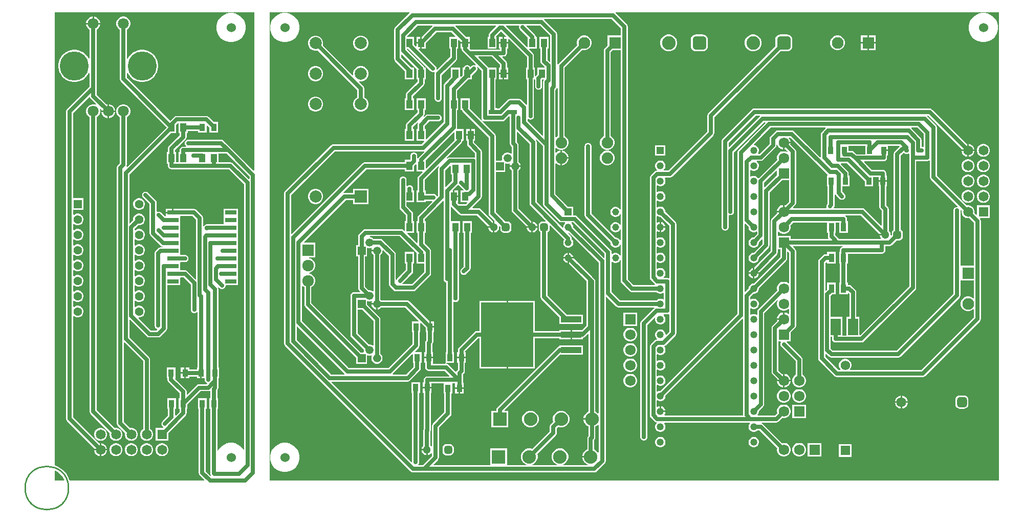
<source format=gbr>
G04*
G04 #@! TF.GenerationSoftware,Altium Limited,Altium Designer,22.4.2 (48)*
G04*
G04 Layer_Physical_Order=1*
G04 Layer_Color=255*
%FSLAX25Y25*%
%MOIN*%
G70*
G04*
G04 #@! TF.SameCoordinates,2971098F-D652-4CA7-83C6-057752F44447*
G04*
G04*
G04 #@! TF.FilePolarity,Positive*
G04*
G01*
G75*
%ADD11C,0.01000*%
%ADD16R,0.03937X0.05512*%
%ADD17R,0.07480X0.02756*%
%ADD18R,0.04528X0.03150*%
%ADD19R,0.13386X0.03937*%
%ADD20R,0.33858X0.42126*%
%ADD21R,0.03543X0.05118*%
%ADD22R,0.03740X0.05709*%
%ADD23R,0.06514X0.11048*%
%ADD24R,0.02835X0.01654*%
%ADD44C,0.07874*%
%ADD45R,0.07874X0.07874*%
%ADD68C,0.02500*%
%ADD69C,0.05118*%
G04:AMPARAMS|DCode=70|XSize=51.18mil|YSize=51.18mil|CornerRadius=12.8mil|HoleSize=0mil|Usage=FLASHONLY|Rotation=0.000|XOffset=0mil|YOffset=0mil|HoleType=Round|Shape=RoundedRectangle|*
%AMROUNDEDRECTD70*
21,1,0.05118,0.02559,0,0,0.0*
21,1,0.02559,0.05118,0,0,0.0*
1,1,0.02559,0.01280,-0.01280*
1,1,0.02559,-0.01280,-0.01280*
1,1,0.02559,-0.01280,0.01280*
1,1,0.02559,0.01280,0.01280*
%
%ADD70ROUNDEDRECTD70*%
%ADD71C,0.18898*%
%ADD72C,0.07087*%
%ADD73C,0.07677*%
%ADD74R,0.07677X0.07677*%
%ADD75C,0.08858*%
G04:AMPARAMS|DCode=76|XSize=88.58mil|YSize=88.58mil|CornerRadius=22.15mil|HoleSize=0mil|Usage=FLASHONLY|Rotation=180.000|XOffset=0mil|YOffset=0mil|HoleType=Round|Shape=RoundedRectangle|*
%AMROUNDEDRECTD76*
21,1,0.08858,0.04429,0,0,180.0*
21,1,0.04429,0.08858,0,0,180.0*
1,1,0.04429,-0.02215,0.02215*
1,1,0.04429,0.02215,0.02215*
1,1,0.04429,0.02215,-0.02215*
1,1,0.04429,-0.02215,-0.02215*
%
%ADD76ROUNDEDRECTD76*%
%ADD77C,0.06000*%
%ADD78C,0.06496*%
G04:AMPARAMS|DCode=79|XSize=64.96mil|YSize=64.96mil|CornerRadius=16.24mil|HoleSize=0mil|Usage=FLASHONLY|Rotation=0.000|XOffset=0mil|YOffset=0mil|HoleType=Round|Shape=RoundedRectangle|*
%AMROUNDEDRECTD79*
21,1,0.06496,0.03248,0,0,0.0*
21,1,0.03248,0.06496,0,0,0.0*
1,1,0.03248,0.01624,-0.01624*
1,1,0.03248,-0.01624,-0.01624*
1,1,0.03248,-0.01624,0.01624*
1,1,0.03248,0.01624,0.01624*
%
%ADD79ROUNDEDRECTD79*%
%ADD80C,0.05248*%
%ADD81R,0.05248X0.05248*%
%ADD82R,0.06201X0.06201*%
%ADD83C,0.06201*%
%ADD84R,0.08799X0.08799*%
%ADD85C,0.08799*%
%ADD86C,0.05610*%
%ADD87R,0.05610X0.05610*%
%ADD88R,0.06496X0.06496*%
%ADD89R,0.06496X0.06496*%
%ADD90R,0.06791X0.06791*%
%ADD91C,0.06791*%
%ADD92R,0.06791X0.06791*%
%ADD93C,0.04661*%
%ADD94R,0.04661X0.04661*%
%ADD95R,0.07677X0.07677*%
%ADD96C,0.04559*%
%ADD97R,0.04559X0.04559*%
%ADD98C,0.07559*%
%ADD99R,0.07559X0.07559*%
%ADD100C,0.07500*%
%ADD101C,0.02500*%
G36*
X307493Y301224D02*
X307746Y300806D01*
X307736Y300756D01*
X307650Y300548D01*
Y300322D01*
X307606Y300100D01*
X307650Y299878D01*
Y299652D01*
X307736Y299444D01*
X307781Y299222D01*
X307906Y299034D01*
X307993Y298826D01*
X308152Y298666D01*
X308278Y298478D01*
X313291Y293464D01*
Y287306D01*
X312829Y287115D01*
X299100Y300844D01*
X299292Y301306D01*
X307398D01*
X307493Y301224D01*
D02*
G37*
G36*
X373806Y299650D02*
Y294839D01*
X365161D01*
Y288406D01*
X363378Y286622D01*
X362880Y285878D01*
X362706Y285000D01*
Y229160D01*
X362083Y228801D01*
X361199Y227917D01*
X360574Y226833D01*
X360250Y225625D01*
Y224375D01*
X360574Y223167D01*
X361199Y222083D01*
X362083Y221199D01*
X363167Y220574D01*
X364375Y220250D01*
X365625D01*
X366833Y220574D01*
X367917Y221199D01*
X368801Y222083D01*
X369426Y223167D01*
X369750Y224375D01*
Y225625D01*
X369426Y226833D01*
X368801Y227917D01*
X367917Y228801D01*
X367294Y229160D01*
Y284050D01*
X368406Y285161D01*
X373806D01*
Y181615D01*
X373306Y181481D01*
X372998Y182014D01*
X372388Y182624D01*
X371640Y183056D01*
X370806Y183280D01*
X369942D01*
X369108Y183056D01*
X368360Y182624D01*
X367750Y182014D01*
X367318Y181266D01*
X367094Y180432D01*
Y179568D01*
X367318Y178734D01*
X367750Y177986D01*
X368360Y177376D01*
X369108Y176944D01*
X369942Y176720D01*
X370806D01*
X371640Y176944D01*
X372388Y177376D01*
X372998Y177986D01*
X373306Y178519D01*
X373806Y178385D01*
Y171615D01*
X373306Y171481D01*
X372998Y172014D01*
X372388Y172624D01*
X371640Y173056D01*
X370806Y173280D01*
X369942D01*
X369108Y173056D01*
X368360Y172624D01*
X367750Y172014D01*
X367318Y171266D01*
X367094Y170432D01*
Y169568D01*
X367318Y168734D01*
X367750Y167986D01*
X368360Y167376D01*
X369108Y166944D01*
X369942Y166720D01*
X370806D01*
X371640Y166944D01*
X372388Y167376D01*
X372998Y167986D01*
X373306Y168519D01*
X373806Y168385D01*
Y161615D01*
X373306Y161481D01*
X372998Y162014D01*
X372388Y162624D01*
X371640Y163056D01*
X370806Y163279D01*
X370339D01*
X354794Y178824D01*
Y222500D01*
X354750Y222722D01*
Y222948D01*
X354663Y223156D01*
X354620Y223378D01*
X354494Y223566D01*
X354408Y223775D01*
X354248Y223934D01*
X354122Y224122D01*
X353934Y224248D01*
X353774Y224408D01*
X353566Y224494D01*
X353378Y224620D01*
X353156Y224663D01*
X352948Y224750D01*
X352722D01*
X352500Y224794D01*
X352278Y224750D01*
X352052D01*
X351844Y224663D01*
X351622Y224620D01*
X351434Y224494D01*
X351225Y224408D01*
X351066Y224248D01*
X350878Y224122D01*
X350752Y223934D01*
X350592Y223775D01*
X350506Y223566D01*
X350380Y223378D01*
X350337Y223156D01*
X350250Y222948D01*
Y222722D01*
X350206Y222500D01*
Y177874D01*
X350380Y176996D01*
X350878Y176252D01*
X367094Y160035D01*
Y159568D01*
X367318Y158734D01*
X367750Y157986D01*
X368360Y157376D01*
X369108Y156944D01*
X369942Y156720D01*
X370806D01*
X371640Y156944D01*
X372388Y157376D01*
X372998Y157986D01*
X373306Y158519D01*
X373806Y158385D01*
Y151615D01*
X373306Y151481D01*
X372998Y152014D01*
X372388Y152624D01*
X371640Y153056D01*
X370806Y153279D01*
X369942D01*
X369108Y153056D01*
X368394Y152644D01*
X368132Y152713D01*
X367894Y152811D01*
Y153600D01*
X367720Y154478D01*
X367222Y155222D01*
X345422Y177022D01*
X344678Y177520D01*
X343800Y177694D01*
X342905D01*
Y183280D01*
X339591D01*
X331294Y191576D01*
Y211335D01*
X331756Y211526D01*
X332083Y211199D01*
X333167Y210574D01*
X334375Y210250D01*
X334500D01*
Y215000D01*
Y219750D01*
X334375D01*
X333167Y219426D01*
X332083Y218801D01*
X331756Y218474D01*
X331294Y218665D01*
Y221335D01*
X331756Y221527D01*
X332083Y221199D01*
X333167Y220574D01*
X334375Y220250D01*
X335625D01*
X336833Y220574D01*
X337917Y221199D01*
X338801Y222083D01*
X339426Y223167D01*
X339750Y224375D01*
Y225625D01*
X339426Y226833D01*
X338801Y227917D01*
X337917Y228801D01*
X337294Y229160D01*
Y274050D01*
X348608Y285364D01*
X349363Y285161D01*
X350637D01*
X351868Y285491D01*
X352971Y286128D01*
X353872Y287029D01*
X354509Y288132D01*
X354839Y289363D01*
Y290637D01*
X354509Y291868D01*
X353872Y292971D01*
X352971Y293872D01*
X351868Y294509D01*
X350637Y294839D01*
X349363D01*
X348132Y294509D01*
X347029Y293872D01*
X346128Y292971D01*
X345491Y291868D01*
X345161Y290637D01*
Y289363D01*
X345364Y288608D01*
X333378Y276622D01*
X332993Y276046D01*
X332493Y276198D01*
Y295701D01*
X332318Y296579D01*
X331821Y297323D01*
X323938Y305206D01*
X323944Y305325D01*
X324059Y305706D01*
X367750D01*
X373806Y299650D01*
D02*
G37*
G36*
X327905Y294751D02*
Y277792D01*
X327443Y277600D01*
X326034Y279009D01*
Y286244D01*
X326709D01*
Y293756D01*
X320772D01*
Y286244D01*
X321446D01*
Y278059D01*
X321621Y277181D01*
X322118Y276437D01*
X324299Y274256D01*
X324149Y273756D01*
X319512D01*
Y269476D01*
X318678Y268642D01*
X318468Y268328D01*
X317969Y268480D01*
Y273756D01*
X317294D01*
Y281700D01*
X317120Y282578D01*
X316622Y283322D01*
X314162Y285782D01*
X314353Y286244D01*
X319228D01*
Y293756D01*
X318551D01*
X318379Y294618D01*
X317882Y295362D01*
X312400Y300844D01*
X312592Y301306D01*
X321350D01*
X327905Y294751D01*
D02*
G37*
G36*
X251322Y300806D02*
X251260Y300764D01*
X244252Y293756D01*
X244240D01*
Y290000D01*
Y286244D01*
X246709D01*
Y289724D01*
X253833Y296848D01*
X263508D01*
X266138Y294218D01*
X265947Y293756D01*
X262032D01*
Y286244D01*
X262706D01*
Y280950D01*
X254240Y272484D01*
X253836Y272737D01*
X253810Y272761D01*
Y272978D01*
X253854Y273200D01*
X253810Y273422D01*
Y273648D01*
X253723Y273856D01*
X253679Y274078D01*
X253554Y274266D01*
X253467Y274475D01*
X253308Y274634D01*
X253182Y274822D01*
X242222Y285782D01*
X242413Y286244D01*
X243240D01*
Y289500D01*
X240772D01*
Y287886D01*
X240310Y287694D01*
X239228Y288776D01*
Y293756D01*
X234742D01*
X234535Y294256D01*
X241585Y301306D01*
X251171D01*
X251322Y300806D01*
D02*
G37*
G36*
X620000Y5000D02*
X145000D01*
Y310000D01*
X236118D01*
X236291Y309500D01*
X226919Y300128D01*
X226422Y299384D01*
X226247Y298506D01*
Y279619D01*
X226422Y278741D01*
X226919Y277996D01*
X233291Y271624D01*
Y266244D01*
X239228D01*
Y273756D01*
X237648D01*
X230835Y280569D01*
Y282302D01*
X231297Y282494D01*
X240772Y273019D01*
Y266244D01*
X241446D01*
Y264631D01*
X234638Y257822D01*
X234140Y257078D01*
X233966Y256200D01*
Y253756D01*
X233291D01*
Y246244D01*
X239228D01*
Y253756D01*
X238554D01*
Y255250D01*
X245362Y262058D01*
X245860Y262803D01*
X246034Y263680D01*
Y266244D01*
X246709D01*
Y273756D01*
X245943D01*
X245860Y274173D01*
X245362Y274917D01*
X234535Y285744D01*
X234742Y286244D01*
X235271D01*
X249938Y271578D01*
X250126Y271452D01*
X250285Y271292D01*
X250494Y271206D01*
X250682Y271080D01*
X250904Y271037D01*
X251112Y270950D01*
X251338D01*
X251560Y270906D01*
X251781Y270950D01*
X252007D01*
X252216Y271037D01*
X252373Y271068D01*
X252566Y270931D01*
X252765Y270698D01*
X252606Y269900D01*
Y253900D01*
X252650Y253678D01*
Y253452D01*
X252736Y253244D01*
X252781Y253022D01*
X252906Y252834D01*
X252993Y252625D01*
X253152Y252466D01*
X253278Y252278D01*
X253466Y252152D01*
X253625Y251993D01*
X253834Y251906D01*
X254022Y251781D01*
X254244Y251736D01*
X254452Y251650D01*
X254678D01*
X254900Y251606D01*
X255122Y251650D01*
X255348D01*
X255556Y251736D01*
X255778Y251781D01*
X255966Y251906D01*
X256174Y251993D01*
X256334Y252152D01*
X256522Y252278D01*
X256648Y252466D01*
X256807Y252625D01*
X256894Y252834D01*
X257019Y253022D01*
X257064Y253244D01*
X257150Y253452D01*
Y253678D01*
X257194Y253900D01*
Y268950D01*
X266622Y278378D01*
X267120Y279122D01*
X267294Y280000D01*
Y286244D01*
X267969D01*
Y291734D01*
X268430Y291925D01*
X269512Y290844D01*
Y290500D01*
X272480D01*
X275449D01*
Y293756D01*
X273088D01*
X266080Y300764D01*
X266018Y300806D01*
X266169Y301306D01*
X292408D01*
X292600Y300844D01*
X288378Y296622D01*
X287880Y295878D01*
X287706Y295000D01*
Y293756D01*
X287032D01*
Y286244D01*
X292969D01*
Y293756D01*
X292707D01*
X292500Y294256D01*
X295850Y297606D01*
X299238Y294218D01*
X299046Y293756D01*
X297980D01*
Y290500D01*
X300449D01*
Y292354D01*
X300911Y292545D01*
X312706Y280750D01*
Y273756D01*
X312032D01*
Y266244D01*
X312706D01*
Y249945D01*
X312206Y249738D01*
X309122Y252822D01*
X308378Y253320D01*
X307500Y253494D01*
X301700D01*
X300822Y253320D01*
X300078Y252822D01*
X294550Y247294D01*
X293264D01*
Y247575D01*
X292294D01*
Y266244D01*
X292969D01*
Y273756D01*
X287544D01*
X287520Y273878D01*
X287022Y274622D01*
X281000Y280644D01*
X281192Y281106D01*
X289730D01*
X295186Y275650D01*
Y273756D01*
X294512D01*
Y270500D01*
X297480D01*
X300449D01*
Y273756D01*
X299775D01*
Y276600D01*
X299600Y277478D01*
X299103Y278222D01*
X296681Y280644D01*
X296872Y281106D01*
X297480D01*
X298358Y281280D01*
X299103Y281778D01*
X299600Y282522D01*
X299775Y283400D01*
Y286244D01*
X300449D01*
Y289500D01*
X297480D01*
X294512D01*
Y286244D01*
X295186D01*
Y285694D01*
X275950D01*
X275752Y285892D01*
X275449Y286244D01*
X275449D01*
X275449Y286244D01*
Y289500D01*
X272480D01*
X269512D01*
Y286244D01*
X270186D01*
Y285920D01*
X270361Y285042D01*
X270858Y284297D01*
X273378Y281778D01*
X279282Y275874D01*
X279120Y275329D01*
X279078Y275320D01*
X278856Y275363D01*
X278648Y275450D01*
X278422D01*
X278200Y275494D01*
X277978Y275450D01*
X277752D01*
X277544Y275363D01*
X277322Y275320D01*
X277134Y275194D01*
X276925Y275108D01*
X276766Y274948D01*
X276578Y274822D01*
X276128Y274372D01*
X275630Y274421D01*
X275362Y274822D01*
X274618Y275320D01*
X273740Y275494D01*
X272862Y275320D01*
X272118Y274822D01*
X271621Y274078D01*
X271557Y273756D01*
X270772D01*
Y269016D01*
X269690Y267935D01*
X269228Y268126D01*
Y273756D01*
X263291D01*
Y267876D01*
X259078Y263662D01*
X258580Y262918D01*
X258406Y262040D01*
Y238350D01*
X247171Y227115D01*
X246709Y227306D01*
Y233756D01*
X246034D01*
Y235619D01*
X249221Y238806D01*
X254900D01*
X255122Y238850D01*
X255348D01*
X255556Y238936D01*
X255778Y238981D01*
X255966Y239106D01*
X256174Y239193D01*
X256334Y239352D01*
X256522Y239478D01*
X256648Y239666D01*
X256807Y239826D01*
X256894Y240034D01*
X257019Y240222D01*
X257064Y240444D01*
X257150Y240652D01*
Y240878D01*
X257194Y241100D01*
X257150Y241322D01*
Y241548D01*
X257064Y241756D01*
X257019Y241978D01*
X256894Y242166D01*
X256807Y242374D01*
X256648Y242534D01*
X256522Y242722D01*
X256334Y242848D01*
X256174Y243007D01*
X255966Y243094D01*
X255778Y243219D01*
X255556Y243264D01*
X255348Y243350D01*
X255122D01*
X254900Y243394D01*
X248271D01*
X247393Y243219D01*
X246649Y242722D01*
X245921Y241995D01*
X245533Y242314D01*
X245860Y242803D01*
X246034Y243680D01*
Y246244D01*
X246709D01*
Y253756D01*
X240772D01*
Y246244D01*
X241446D01*
Y244631D01*
X234638Y237822D01*
X234140Y237078D01*
X233966Y236200D01*
Y233756D01*
X233291D01*
Y226244D01*
X239228D01*
Y233756D01*
X238554D01*
Y235250D01*
X241559Y238255D01*
X241947Y237936D01*
X241621Y237447D01*
X241446Y236569D01*
Y233756D01*
X240772D01*
Y226244D01*
X245647D01*
X245838Y225782D01*
X244050Y223994D01*
X186700D01*
X185822Y223819D01*
X185078Y223322D01*
X155278Y193522D01*
X154780Y192778D01*
X154606Y191900D01*
Y94150D01*
X154780Y93272D01*
X155278Y92528D01*
X236928Y10878D01*
X237672Y10380D01*
X238550Y10206D01*
X356600D01*
X357478Y10380D01*
X358222Y10878D01*
X363322Y15978D01*
X363820Y16722D01*
X363994Y17600D01*
Y124508D01*
X364456Y124700D01*
X370778Y118378D01*
X371522Y117880D01*
X372400Y117706D01*
X395592D01*
X395743Y117206D01*
X395497Y117041D01*
X387278Y108822D01*
X386781Y108078D01*
X386606Y107200D01*
Y33300D01*
X386650Y33078D01*
Y32852D01*
X386736Y32644D01*
X386781Y32422D01*
X386906Y32234D01*
X386993Y32026D01*
X387152Y31866D01*
X387278Y31678D01*
X387466Y31552D01*
X387626Y31392D01*
X387834Y31306D01*
X388022Y31181D01*
X388244Y31137D01*
X388452Y31050D01*
X388678D01*
X388900Y31006D01*
X389122Y31050D01*
X389348D01*
X389556Y31137D01*
X389778Y31181D01*
X389966Y31306D01*
X390175Y31392D01*
X390334Y31552D01*
X390522Y31678D01*
X390648Y31866D01*
X390808Y32026D01*
X390894Y32234D01*
X391020Y32422D01*
X391063Y32644D01*
X391150Y32852D01*
Y33078D01*
X391194Y33300D01*
Y106250D01*
X395922Y110978D01*
X396371Y110719D01*
X396295Y110439D01*
Y109562D01*
X396522Y108714D01*
X396961Y107955D01*
X397581Y107335D01*
X398340Y106896D01*
X399187Y106669D01*
X400065D01*
X400912Y106896D01*
X401671Y107335D01*
X402291Y107955D01*
X402730Y108714D01*
X402957Y109562D01*
Y110439D01*
X402730Y111286D01*
X402291Y112045D01*
X401711Y112625D01*
X401731Y112801D01*
X401874Y113125D01*
X404207D01*
X404913Y113266D01*
X405413Y112963D01*
Y101857D01*
X403457Y99901D01*
X402957Y100108D01*
Y100438D01*
X402730Y101286D01*
X402291Y102045D01*
X401671Y102665D01*
X400912Y103104D01*
X400065Y103331D01*
X399187D01*
X398340Y103104D01*
X397581Y102665D01*
X396961Y102045D01*
X396522Y101286D01*
X396295Y100438D01*
Y99562D01*
X396522Y98714D01*
X396961Y97955D01*
X397522Y97394D01*
X397512Y97172D01*
X397384Y96871D01*
X396622Y96719D01*
X395878Y96222D01*
X393378Y93722D01*
X392881Y92978D01*
X392706Y92100D01*
Y47500D01*
X392881Y46622D01*
X393378Y45878D01*
X395878Y43378D01*
X396622Y42880D01*
X397012Y42803D01*
X397176Y42261D01*
X396961Y42045D01*
X396522Y41286D01*
X396295Y40439D01*
Y39562D01*
X396522Y38714D01*
X396961Y37955D01*
X397581Y37335D01*
X398340Y36896D01*
X399187Y36669D01*
X400065D01*
X400912Y36896D01*
X401671Y37335D01*
X402291Y37955D01*
X402730Y38714D01*
X402957Y39562D01*
Y40439D01*
X402730Y41286D01*
X402291Y42045D01*
X402130Y42206D01*
X402338Y42706D01*
X457662D01*
X457870Y42206D01*
X457709Y42045D01*
X457270Y41286D01*
X457043Y40439D01*
Y39562D01*
X457270Y38714D01*
X457709Y37955D01*
X458329Y37335D01*
X459088Y36896D01*
X459936Y36669D01*
X460813D01*
X461660Y36896D01*
X462419Y37335D01*
X462790Y37706D01*
X464050D01*
X475725Y26030D01*
X475604Y25579D01*
Y24421D01*
X475904Y23303D01*
X476483Y22301D01*
X477301Y21483D01*
X478303Y20904D01*
X479421Y20604D01*
X480579D01*
X481697Y20904D01*
X482699Y21483D01*
X483517Y22301D01*
X484096Y23303D01*
X484396Y24421D01*
Y25579D01*
X484096Y26697D01*
X483517Y27699D01*
X482699Y28517D01*
X481697Y29096D01*
X480579Y29396D01*
X479421D01*
X478970Y29275D01*
X466622Y41622D01*
X465878Y42120D01*
X465443Y42206D01*
X465492Y42706D01*
X475000D01*
X475878Y42880D01*
X476622Y43378D01*
X478970Y45725D01*
X479421Y45604D01*
X480579D01*
X481697Y45904D01*
X482699Y46483D01*
X483517Y47301D01*
X484096Y48303D01*
X484396Y49421D01*
Y50579D01*
X484096Y51697D01*
X483517Y52699D01*
X482699Y53517D01*
X481697Y54096D01*
X480579Y54396D01*
X479421D01*
X478303Y54096D01*
X477301Y53517D01*
X476483Y52699D01*
X475904Y51697D01*
X475604Y50579D01*
Y49421D01*
X475725Y48970D01*
X474050Y47294D01*
X463086D01*
X462878Y47794D01*
X463039Y47955D01*
X463478Y48714D01*
X463705Y49562D01*
Y50086D01*
X466622Y53004D01*
X467119Y53748D01*
X467294Y54626D01*
Y114050D01*
X475853Y122609D01*
X476253Y122302D01*
X475904Y121697D01*
X475604Y120579D01*
Y119421D01*
X475904Y118303D01*
X476483Y117301D01*
X477301Y116483D01*
X478303Y115904D01*
X479421Y115604D01*
X480579D01*
X481697Y115904D01*
X482699Y116483D01*
X482944Y116728D01*
X483406Y116536D01*
Y113464D01*
X482944Y113272D01*
X482699Y113517D01*
X481697Y114096D01*
X480579Y114396D01*
X480500D01*
Y110000D01*
X480000D01*
Y109500D01*
X475604D01*
Y109421D01*
X475725Y108970D01*
X472678Y105922D01*
X472181Y105178D01*
X472006Y104300D01*
Y75700D01*
X472181Y74822D01*
X472678Y74078D01*
X475725Y71030D01*
X475604Y70579D01*
Y70500D01*
X479500D01*
Y74396D01*
X479421D01*
X478970Y74275D01*
X476594Y76650D01*
Y95604D01*
X477969D01*
X478215Y95197D01*
X478222Y95104D01*
X478092Y94974D01*
X478006Y94766D01*
X477881Y94578D01*
X477837Y94356D01*
X477750Y94148D01*
Y93922D01*
X477706Y93700D01*
X477750Y93478D01*
Y93252D01*
X477837Y93044D01*
X477881Y92822D01*
X478006Y92634D01*
X478092Y92426D01*
X478252Y92266D01*
X478378Y92078D01*
X487706Y82750D01*
Y73751D01*
X487301Y73517D01*
X486483Y72699D01*
X485904Y71697D01*
X485604Y70579D01*
Y69421D01*
X485904Y68303D01*
X486483Y67301D01*
X487301Y66483D01*
X488303Y65904D01*
X489421Y65604D01*
X490579D01*
X491697Y65904D01*
X492699Y66483D01*
X493517Y67301D01*
X494096Y68303D01*
X494396Y69421D01*
Y70579D01*
X494096Y71697D01*
X493517Y72699D01*
X492699Y73517D01*
X492294Y73751D01*
Y83700D01*
X492120Y84578D01*
X491622Y85322D01*
X481840Y95104D01*
X482047Y95604D01*
X484396D01*
Y101151D01*
X487322Y104078D01*
X487819Y104822D01*
X487994Y105700D01*
Y154300D01*
X487819Y155178D01*
X487322Y155922D01*
X486000Y157244D01*
X486192Y157706D01*
X518444D01*
X518494Y157206D01*
X518059Y157120D01*
X517315Y156622D01*
X516818Y155878D01*
X516643Y155000D01*
Y153854D01*
X516067D01*
Y146146D01*
X516643D01*
Y133854D01*
X516067D01*
Y126146D01*
X521807D01*
Y126795D01*
X522269Y126987D01*
X522706Y126550D01*
Y111524D01*
X520743D01*
Y99394D01*
X518029D01*
Y111524D01*
X510494D01*
Y125187D01*
X511453Y126146D01*
X513933D01*
Y133854D01*
X508193D01*
Y129374D01*
X507456Y128637D01*
X506994Y128829D01*
Y146550D01*
X507693Y147249D01*
X508193Y147041D01*
Y146146D01*
X513933D01*
Y153854D01*
X508193D01*
Y152294D01*
X507200D01*
X506322Y152120D01*
X505578Y151622D01*
X503078Y149122D01*
X502581Y148378D01*
X502406Y147500D01*
Y84500D01*
X502581Y83622D01*
X503078Y82878D01*
X512978Y72978D01*
X513722Y72481D01*
X514600Y72306D01*
X570600D01*
X571478Y72481D01*
X572222Y72978D01*
X607722Y108478D01*
X608219Y109222D01*
X608394Y110100D01*
Y173900D01*
X608219Y174778D01*
X607903Y175252D01*
X608170Y175752D01*
X614248D01*
Y184248D01*
X605752D01*
Y178146D01*
X605290Y177954D01*
X604154Y179090D01*
X604248Y179441D01*
Y180559D01*
X603959Y181640D01*
X603399Y182608D01*
X602608Y183399D01*
X601640Y183958D01*
X600559Y184248D01*
X599441D01*
X599090Y184154D01*
X579794Y203450D01*
Y234900D01*
X579620Y235778D01*
X579122Y236522D01*
X573438Y242206D01*
X573444Y242325D01*
X573559Y242706D01*
X574050D01*
X595846Y220910D01*
X595752Y220559D01*
Y220500D01*
X599500D01*
Y224248D01*
X599441D01*
X599090Y224154D01*
X576622Y246622D01*
X575878Y247119D01*
X575000Y247294D01*
X460800D01*
X459922Y247119D01*
X459178Y246622D01*
X440178Y227622D01*
X439681Y226878D01*
X439506Y226000D01*
Y170000D01*
X439550Y169778D01*
Y169552D01*
X439637Y169344D01*
X439681Y169122D01*
X439806Y168934D01*
X439892Y168726D01*
X440052Y168566D01*
X440178Y168378D01*
X440366Y168252D01*
X440525Y168093D01*
X440734Y168006D01*
X440922Y167880D01*
X441144Y167836D01*
X441353Y167750D01*
X441578D01*
X441800Y167706D01*
X442022Y167750D01*
X442247D01*
X442456Y167836D01*
X442678Y167880D01*
X442866Y168006D01*
X443075Y168093D01*
X443234Y168252D01*
X443422Y168378D01*
X443548Y168566D01*
X443708Y168726D01*
X443794Y168934D01*
X443919Y169122D01*
X443963Y169344D01*
X444050Y169552D01*
Y169778D01*
X444094Y170000D01*
Y177498D01*
X444176Y177594D01*
X444594Y177846D01*
X444644Y177837D01*
X444852Y177750D01*
X445078D01*
X445300Y177706D01*
X445522Y177750D01*
X445748D01*
X445956Y177837D01*
X446178Y177881D01*
X446366Y178006D01*
X446574Y178093D01*
X446734Y178252D01*
X446922Y178378D01*
X447048Y178566D01*
X447207Y178726D01*
X447294Y178934D01*
X447419Y179122D01*
X447464Y179344D01*
X447550Y179552D01*
Y179778D01*
X447594Y180000D01*
Y218714D01*
X467186Y238306D01*
X467908D01*
X468100Y237844D01*
X450578Y220322D01*
X450081Y219578D01*
X449906Y218700D01*
Y113524D01*
X399712Y63331D01*
X399187D01*
X398340Y63104D01*
X397794Y62788D01*
X397294Y63050D01*
Y66950D01*
X397794Y67212D01*
X398340Y66896D01*
X399187Y66669D01*
X400065D01*
X400912Y66896D01*
X401671Y67335D01*
X402291Y67955D01*
X402730Y68714D01*
X402957Y69561D01*
Y70438D01*
X402730Y71286D01*
X402291Y72045D01*
X401671Y72665D01*
X400912Y73104D01*
X400065Y73331D01*
X399187D01*
X398340Y73104D01*
X397794Y72788D01*
X397294Y73050D01*
Y76950D01*
X397794Y77212D01*
X398340Y76896D01*
X399187Y76669D01*
X400065D01*
X400912Y76896D01*
X401671Y77335D01*
X402291Y77955D01*
X402730Y78714D01*
X402957Y79562D01*
Y80439D01*
X402730Y81286D01*
X402291Y82045D01*
X401671Y82665D01*
X400912Y83104D01*
X400065Y83331D01*
X399187D01*
X398340Y83104D01*
X397794Y82788D01*
X397294Y83050D01*
Y86950D01*
X397794Y87212D01*
X398340Y86896D01*
X399187Y86669D01*
X400065D01*
X400912Y86896D01*
X401671Y87335D01*
X402291Y87955D01*
X402730Y88714D01*
X402957Y89561D01*
Y90438D01*
X402730Y91286D01*
X402328Y91981D01*
X402314Y92124D01*
X402449Y92595D01*
X403022Y92978D01*
X409329Y99285D01*
X409826Y100029D01*
X410001Y100907D01*
Y171919D01*
X409826Y172797D01*
X409329Y173541D01*
X402957Y179914D01*
Y180438D01*
X402730Y181286D01*
X402291Y182045D01*
X401671Y182665D01*
X400912Y183104D01*
X400065Y183331D01*
X399187D01*
X398340Y183104D01*
X397794Y182788D01*
X397294Y183050D01*
Y186950D01*
X397794Y187212D01*
X398340Y186896D01*
X399187Y186669D01*
X400065D01*
X400912Y186896D01*
X401671Y187335D01*
X402291Y187955D01*
X402730Y188714D01*
X402957Y189561D01*
Y190438D01*
X402730Y191286D01*
X402291Y192045D01*
X401671Y192665D01*
X400912Y193104D01*
X400065Y193331D01*
X399187D01*
X398340Y193104D01*
X397794Y192788D01*
X397294Y193050D01*
Y196950D01*
X397794Y197212D01*
X398340Y196896D01*
X399187Y196669D01*
X400065D01*
X400912Y196896D01*
X401671Y197335D01*
X402291Y197955D01*
X402730Y198714D01*
X402957Y199562D01*
Y200438D01*
X402730Y201286D01*
X402429Y201806D01*
X402710Y202306D01*
X405800D01*
X406678Y202481D01*
X407422Y202978D01*
X434122Y229678D01*
X434619Y230422D01*
X434794Y231300D01*
Y241550D01*
X477787Y284543D01*
X482215D01*
X483054Y284654D01*
X483836Y284978D01*
X484507Y285493D01*
X485022Y286164D01*
X485346Y286946D01*
X485457Y287785D01*
Y292215D01*
X485346Y293054D01*
X485022Y293836D01*
X484507Y294507D01*
X483836Y295023D01*
X483054Y295346D01*
X482215Y295457D01*
X477785D01*
X476946Y295346D01*
X476164Y295023D01*
X475493Y294507D01*
X474977Y293836D01*
X474654Y293054D01*
X474543Y292215D01*
Y287787D01*
X430878Y244122D01*
X430381Y243378D01*
X430206Y242500D01*
Y232250D01*
X404850Y206894D01*
X401908D01*
X401772Y207147D01*
X401730Y207394D01*
X402291Y207955D01*
X402730Y208714D01*
X402957Y209561D01*
Y210438D01*
X402730Y211286D01*
X402291Y212045D01*
X401671Y212665D01*
X400912Y213104D01*
X400065Y213331D01*
X399187D01*
X398340Y213104D01*
X397581Y212665D01*
X396961Y212045D01*
X396522Y211286D01*
X396295Y210438D01*
Y209561D01*
X396522Y208714D01*
X396961Y207955D01*
X397522Y207394D01*
X397512Y207172D01*
X397384Y206871D01*
X396622Y206719D01*
X395878Y206222D01*
X393378Y203722D01*
X392881Y202978D01*
X392706Y202100D01*
Y137081D01*
X392881Y136203D01*
X393378Y135459D01*
X395878Y132959D01*
X396124Y132794D01*
X395972Y132294D01*
X382150D01*
X378394Y136050D01*
Y300600D01*
X378220Y301478D01*
X377722Y302222D01*
X370444Y309500D01*
X370617Y310000D01*
X620000D01*
Y5000D01*
D02*
G37*
G36*
X135000Y206998D02*
X134538Y206806D01*
X119622Y221722D01*
X115022Y226322D01*
X114278Y226819D01*
X113400Y226994D01*
X92100D01*
X91878Y226950D01*
X91652D01*
X91444Y226864D01*
X91222Y226819D01*
X91034Y226694D01*
X90825Y226607D01*
X90666Y226448D01*
X90478Y226322D01*
X90352Y226134D01*
X90193Y225974D01*
X90106Y225766D01*
X89981Y225578D01*
X89937Y225356D01*
X89850Y225148D01*
Y224922D01*
X89806Y224700D01*
X89850Y224478D01*
Y224252D01*
X89937Y224044D01*
X89981Y223822D01*
X90106Y223634D01*
X90193Y223426D01*
X90352Y223266D01*
X90478Y223078D01*
X90666Y222952D01*
X90724Y222894D01*
X90588Y222422D01*
X90571Y222394D01*
X88740D01*
X87862Y222219D01*
X87118Y221722D01*
X86621Y220978D01*
X86446Y220100D01*
Y218756D01*
X85772D01*
Y212194D01*
X84228D01*
Y218756D01*
X83554D01*
Y220250D01*
X90362Y227058D01*
X90860Y227802D01*
X91034Y228680D01*
Y231244D01*
X91709D01*
Y232706D01*
X98488D01*
Y231441D01*
X104031D01*
Y236071D01*
X104493Y236262D01*
X105969Y234787D01*
Y231441D01*
X111512D01*
Y238559D01*
X108685D01*
X105522Y241722D01*
X104778Y242219D01*
X103900Y242394D01*
X84500D01*
X83622Y242219D01*
X82878Y241722D01*
X80330Y239174D01*
X52137Y267367D01*
Y270334D01*
X52637Y270454D01*
X53111Y269524D01*
X54077Y268193D01*
X55240Y267030D01*
X56571Y266063D01*
X58036Y265317D01*
X59600Y264809D01*
X61225Y264551D01*
X62870D01*
X64494Y264809D01*
X66058Y265317D01*
X67524Y266063D01*
X68854Y267030D01*
X70017Y268193D01*
X70984Y269524D01*
X71731Y270989D01*
X72239Y272553D01*
X72496Y274178D01*
Y275822D01*
X72239Y277447D01*
X71731Y279011D01*
X70984Y280476D01*
X70017Y281807D01*
X68854Y282970D01*
X67524Y283937D01*
X66058Y284683D01*
X64494Y285191D01*
X62870Y285449D01*
X61225D01*
X59600Y285191D01*
X58036Y284683D01*
X56571Y283937D01*
X55240Y282970D01*
X54077Y281807D01*
X53111Y280476D01*
X52637Y279546D01*
X52137Y279666D01*
Y298637D01*
X52632Y298923D01*
X53478Y299769D01*
X54076Y300805D01*
X54386Y301961D01*
Y303157D01*
X54076Y304313D01*
X53478Y305349D01*
X52632Y306194D01*
X51596Y306793D01*
X50441Y307102D01*
X49244D01*
X48089Y306793D01*
X47053Y306194D01*
X46207Y305349D01*
X45609Y304313D01*
X45299Y303157D01*
Y301961D01*
X45609Y300805D01*
X46207Y299769D01*
X47053Y298923D01*
X47548Y298637D01*
Y266417D01*
X47723Y265539D01*
X48220Y264795D01*
X78016Y235000D01*
X52328Y209313D01*
X51940Y209631D01*
X51962Y209665D01*
X52137Y210543D01*
Y241551D01*
X52632Y241837D01*
X53478Y242683D01*
X54076Y243719D01*
X54386Y244874D01*
Y246071D01*
X54076Y247226D01*
X53478Y248262D01*
X52632Y249108D01*
X51596Y249706D01*
X50441Y250016D01*
X49244D01*
X48089Y249706D01*
X47053Y249108D01*
X46207Y248262D01*
X45609Y247226D01*
X45299Y246071D01*
Y244874D01*
X45609Y243719D01*
X46207Y242683D01*
X47053Y241837D01*
X47548Y241551D01*
Y211493D01*
X46278Y210222D01*
X45781Y209478D01*
X45606Y208600D01*
Y42100D01*
X45781Y41222D01*
X46278Y40478D01*
X50846Y35910D01*
X50752Y35559D01*
Y34441D01*
X51042Y33360D01*
X51601Y32392D01*
X52392Y31601D01*
X53360Y31041D01*
X54441Y30752D01*
X55559D01*
X56640Y31041D01*
X57608Y31601D01*
X58399Y32392D01*
X58959Y33360D01*
X59248Y34441D01*
Y35559D01*
X58959Y36640D01*
X58399Y37608D01*
X57608Y38399D01*
X56640Y38958D01*
X55559Y39248D01*
X54441D01*
X54090Y39154D01*
X50194Y43050D01*
Y94608D01*
X50656Y94800D01*
X62706Y82750D01*
Y38581D01*
X62392Y38399D01*
X61601Y37608D01*
X61041Y36640D01*
X60752Y35559D01*
Y34441D01*
X61041Y33360D01*
X61601Y32392D01*
X62392Y31601D01*
X63360Y31041D01*
X64441Y30752D01*
X65559D01*
X66640Y31041D01*
X67608Y31601D01*
X68399Y32392D01*
X68958Y33360D01*
X69248Y34441D01*
Y35559D01*
X68958Y36640D01*
X68399Y37608D01*
X67608Y38399D01*
X67294Y38581D01*
Y83700D01*
X67119Y84578D01*
X66622Y85322D01*
X53694Y98250D01*
Y109608D01*
X54156Y109800D01*
X65178Y98778D01*
X65922Y98281D01*
X66800Y98106D01*
X72500D01*
X73378Y98281D01*
X74122Y98778D01*
X77722Y102378D01*
X78219Y103122D01*
X78394Y104000D01*
Y132122D01*
X86843D01*
Y136878D01*
X87207Y137206D01*
X89050D01*
X93706Y132550D01*
Y116200D01*
X93750Y115978D01*
Y115752D01*
X93836Y115544D01*
X93881Y115322D01*
X94006Y115134D01*
X94093Y114926D01*
X94252Y114766D01*
X94378Y114578D01*
X94566Y114452D01*
X94726Y114293D01*
X94934Y114206D01*
X95122Y114081D01*
X95344Y114037D01*
X95552Y113950D01*
X95778D01*
X96000Y113906D01*
X96222Y113950D01*
X96448D01*
X96656Y114037D01*
X96878Y114081D01*
X97066Y114206D01*
X97275Y114293D01*
X97434Y114452D01*
X97622Y114578D01*
X97678Y114662D01*
X98013Y114596D01*
X98178Y114489D01*
Y78559D01*
X97701D01*
Y77294D01*
X92772D01*
Y78559D01*
X90500D01*
Y75000D01*
Y71441D01*
X92772D01*
Y72706D01*
X97701D01*
Y71441D01*
X99972D01*
Y75000D01*
X100972D01*
Y71441D01*
X102706D01*
Y70700D01*
X102750Y70478D01*
Y70252D01*
X102837Y70044D01*
X102881Y69822D01*
X103006Y69634D01*
X103093Y69425D01*
X103252Y69266D01*
X103378Y69078D01*
X103566Y68952D01*
X103726Y68792D01*
X103934Y68706D01*
X104122Y68581D01*
X104222Y68561D01*
X104350Y68303D01*
X104356Y68055D01*
X103989Y67681D01*
X99128D01*
X98250Y67507D01*
X97505Y67010D01*
X91496Y61000D01*
X91034Y61192D01*
Y62760D01*
X90860Y63638D01*
X90362Y64382D01*
X83596Y71149D01*
X83716Y71441D01*
X83716D01*
Y78559D01*
X78173D01*
Y71441D01*
X78651D01*
Y70555D01*
X78825Y69677D01*
X79323Y68933D01*
X86446Y61810D01*
Y58559D01*
X85969D01*
Y51441D01*
X86446D01*
Y49690D01*
X84016Y47260D01*
X83554Y47451D01*
Y51441D01*
X84031D01*
Y58559D01*
X78488D01*
Y51441D01*
X78966D01*
Y47160D01*
X75328Y43522D01*
X75203Y43334D01*
X75043Y43174D01*
X74956Y42966D01*
X74831Y42778D01*
X74787Y42556D01*
X74700Y42348D01*
Y42122D01*
X74656Y41900D01*
X74700Y41678D01*
Y41452D01*
X74787Y41244D01*
X74831Y41022D01*
X74956Y40834D01*
X75043Y40626D01*
X75203Y40466D01*
X75328Y40278D01*
X75516Y40152D01*
X75676Y39992D01*
X75731Y39444D01*
X75584Y39248D01*
X70752D01*
Y30752D01*
X79248D01*
Y36004D01*
X90362Y47118D01*
X90860Y47862D01*
X91034Y48740D01*
Y51441D01*
X91512D01*
Y54527D01*
X100078Y63093D01*
X105000D01*
X105878Y63268D01*
X106005Y63353D01*
X106446Y63117D01*
Y58559D01*
X105969D01*
Y51441D01*
X106446D01*
Y9660D01*
X106621Y8782D01*
X107006Y8205D01*
X106618Y7886D01*
X103554Y10950D01*
Y51441D01*
X104031D01*
Y58559D01*
X98488D01*
Y51441D01*
X98966D01*
Y10000D01*
X99140Y9122D01*
X99638Y8378D01*
X102553Y5462D01*
X102362Y5000D01*
X14860D01*
X13980Y7123D01*
X12694Y9223D01*
X11095Y11095D01*
X9223Y12694D01*
X7123Y13980D01*
X5000Y14860D01*
Y310000D01*
X135000D01*
Y206998D01*
D02*
G37*
G36*
X323625Y265744D02*
X323380Y265378D01*
X323206Y264500D01*
Y229841D01*
X322744Y229650D01*
X313194Y239200D01*
Y240199D01*
X313267Y240269D01*
X313694Y240424D01*
X313725Y240392D01*
X313934Y240306D01*
X314122Y240180D01*
X314344Y240137D01*
X314552Y240050D01*
X314778D01*
X315000Y240006D01*
X315222Y240050D01*
X315448D01*
X315656Y240137D01*
X315878Y240180D01*
X316066Y240306D01*
X316274Y240392D01*
X316434Y240552D01*
X316622Y240678D01*
X316748Y240866D01*
X316908Y241025D01*
X316994Y241234D01*
X317120Y241422D01*
X317163Y241644D01*
X317250Y241852D01*
Y242078D01*
X317294Y242300D01*
Y266244D01*
X317969D01*
X318006Y265760D01*
Y261700D01*
X318050Y261478D01*
Y261252D01*
X318137Y261044D01*
X318180Y260822D01*
X318306Y260634D01*
X318392Y260425D01*
X318552Y260266D01*
X318678Y260078D01*
X318866Y259952D01*
X319025Y259792D01*
X319234Y259706D01*
X319422Y259580D01*
X319644Y259537D01*
X319852Y259450D01*
X320078D01*
X320300Y259406D01*
X320522Y259450D01*
X320748D01*
X320956Y259537D01*
X321178Y259580D01*
X321366Y259706D01*
X321574Y259792D01*
X321734Y259952D01*
X321922Y260078D01*
X322048Y260266D01*
X322207Y260425D01*
X322294Y260634D01*
X322420Y260822D01*
X322463Y261044D01*
X322550Y261252D01*
Y261478D01*
X322594Y261700D01*
Y266069D01*
X322769Y266244D01*
X323358D01*
X323625Y265744D01*
D02*
G37*
G36*
X283106Y272050D02*
Y241175D01*
X283280Y240297D01*
X283644Y239753D01*
X283256Y239434D01*
X275449Y247241D01*
Y253756D01*
X269512D01*
Y246244D01*
X270330D01*
X270361Y246087D01*
X270858Y245343D01*
X287806Y228395D01*
Y178837D01*
X287981Y177959D01*
X288478Y177215D01*
X291706Y173987D01*
X291563Y173768D01*
Y170000D01*
Y166449D01*
X292437Y166683D01*
X293248Y167152D01*
X293911Y167815D01*
X294379Y168626D01*
X294622Y169531D01*
Y170148D01*
X295101Y170413D01*
X295333Y170239D01*
Y168720D01*
X295510Y167831D01*
X296014Y167077D01*
X296768Y166573D01*
X297657Y166396D01*
X300217D01*
X301106Y166573D01*
X301860Y167077D01*
X302364Y167831D01*
X302541Y168720D01*
Y171280D01*
X302364Y172169D01*
X301860Y172923D01*
X301106Y173427D01*
X300217Y173604D01*
X298578D01*
X292394Y179787D01*
Y206061D01*
X298624D01*
Y211206D01*
X299021Y211511D01*
X299523Y211376D01*
X300477D01*
X301349Y211610D01*
X301480Y211515D01*
X301702Y211221D01*
X301623Y211084D01*
X301382Y210185D01*
X308618D01*
X308377Y211084D01*
X307900Y211910D01*
X307294Y212516D01*
Y223300D01*
X307119Y224178D01*
X306622Y224922D01*
X306074Y225471D01*
Y232029D01*
X306536Y232220D01*
X314406Y224350D01*
Y185600D01*
X314580Y184722D01*
X315078Y183978D01*
X324952Y174104D01*
X324745Y173604D01*
X322657D01*
X321768Y173427D01*
X321014Y172923D01*
X320510Y172169D01*
X320333Y171280D01*
Y168720D01*
X320510Y167831D01*
X321014Y167077D01*
X321643Y166657D01*
Y124463D01*
X321817Y123585D01*
X322315Y122841D01*
X333862Y111293D01*
Y107032D01*
X349248D01*
Y112969D01*
X338676D01*
X326231Y125413D01*
Y166657D01*
X326860Y167077D01*
X327364Y167831D01*
X327541Y168720D01*
Y170808D01*
X328041Y171015D01*
X337022Y162034D01*
X337002Y162014D01*
X336570Y161266D01*
X336347Y160432D01*
Y159568D01*
X336570Y158734D01*
X337002Y157986D01*
X337612Y157376D01*
X338360Y156944D01*
X339194Y156720D01*
X340058D01*
X340892Y156944D01*
X341640Y157376D01*
X342250Y157986D01*
X342682Y158734D01*
X342905Y159568D01*
Y160432D01*
X342682Y161266D01*
X342250Y162014D01*
X341920Y162344D01*
Y162674D01*
X341745Y163552D01*
X341248Y164296D01*
X339679Y165866D01*
X339843Y166408D01*
X339952Y166430D01*
X359406Y146976D01*
Y48937D01*
X358906Y48730D01*
X358315Y49321D01*
X357294Y49910D01*
Y134626D01*
X357119Y135504D01*
X356622Y136248D01*
X355322Y137548D01*
X343370Y149500D01*
X340126D01*
Y146256D01*
X351406Y134976D01*
Y105950D01*
X348424Y102969D01*
X342055D01*
Y100000D01*
Y97031D01*
X349248D01*
Y97815D01*
X349578Y97881D01*
X350322Y98378D01*
X352244Y100300D01*
X352706Y100108D01*
Y49910D01*
X351685Y49321D01*
X350679Y48315D01*
X349968Y47084D01*
X349600Y45711D01*
Y45500D01*
X355000D01*
Y44500D01*
X349600D01*
Y44289D01*
X349968Y42916D01*
X350679Y41685D01*
X351685Y40679D01*
X352706Y40090D01*
Y33961D01*
X352667Y33922D01*
X352170Y33178D01*
X351995Y32300D01*
Y25310D01*
X350974Y24720D01*
X349968Y23715D01*
X349258Y22484D01*
X348890Y21111D01*
Y20900D01*
X354289D01*
Y19900D01*
X348890D01*
Y19689D01*
X349258Y18315D01*
X349968Y17084D01*
X350974Y16079D01*
X352205Y15368D01*
X352481Y15294D01*
X352415Y14794D01*
X336163D01*
X336098Y15294D01*
X336373Y15368D01*
X337605Y16079D01*
X338610Y17084D01*
X339321Y18315D01*
X339689Y19689D01*
Y21111D01*
X339321Y22484D01*
X338610Y23715D01*
X337605Y24720D01*
X336373Y25431D01*
X335000Y25799D01*
X333578D01*
X332205Y25431D01*
X330974Y24720D01*
X329968Y23715D01*
X329258Y22484D01*
X328890Y21111D01*
Y19689D01*
X329258Y18315D01*
X329968Y17084D01*
X330974Y16079D01*
X332205Y15368D01*
X332481Y15294D01*
X332415Y14794D01*
X316163D01*
X316098Y15294D01*
X316373Y15368D01*
X317605Y16079D01*
X318610Y17084D01*
X319321Y18315D01*
X319689Y19689D01*
Y21111D01*
X319384Y22250D01*
X331522Y34388D01*
X332019Y35133D01*
X332194Y36010D01*
Y38950D01*
X333150Y39906D01*
X334289Y39600D01*
X335711D01*
X337084Y39968D01*
X338315Y40679D01*
X339321Y41685D01*
X340032Y42916D01*
X340400Y44289D01*
Y45711D01*
X340032Y47084D01*
X339321Y48315D01*
X338315Y49321D01*
X337084Y50032D01*
X335711Y50400D01*
X334289D01*
X332916Y50032D01*
X331685Y49321D01*
X330679Y48315D01*
X329968Y47084D01*
X329600Y45711D01*
Y44289D01*
X329906Y43150D01*
X328278Y41522D01*
X327781Y40778D01*
X327606Y39900D01*
Y36961D01*
X316139Y25494D01*
X315000Y25799D01*
X313578D01*
X312205Y25431D01*
X310974Y24720D01*
X309968Y23715D01*
X309258Y22484D01*
X308890Y21111D01*
Y19689D01*
X309258Y18315D01*
X309968Y17084D01*
X310974Y16079D01*
X312205Y15368D01*
X312481Y15294D01*
X312415Y14794D01*
X300103D01*
X299689Y15000D01*
X299689Y15294D01*
Y25799D01*
X288890D01*
Y15294D01*
X288890Y15000D01*
X288475Y14794D01*
X251892D01*
X251700Y15256D01*
X254822Y18378D01*
X255319Y19122D01*
X255494Y20000D01*
Y39450D01*
X262882Y46838D01*
X263379Y47582D01*
X263554Y48460D01*
Y61441D01*
X264031D01*
Y68146D01*
X265969D01*
Y65500D01*
X271512D01*
Y68559D01*
X271034D01*
Y74050D01*
X271622Y74638D01*
X272119Y75382D01*
X272294Y76260D01*
Y81441D01*
X272772D01*
Y84500D01*
X267228D01*
Y81441D01*
X267706D01*
Y77210D01*
X267118Y76622D01*
X266698Y75994D01*
X266143Y75842D01*
X261662Y80322D01*
X260918Y80819D01*
X260307Y80941D01*
X260357Y81441D01*
X265291D01*
Y88559D01*
X264814D01*
Y121122D01*
X265002Y121313D01*
X265314Y121426D01*
X265382Y121380D01*
X265603Y121336D01*
X265812Y121250D01*
X266038D01*
X266260Y121206D01*
X266481Y121250D01*
X266707D01*
X266916Y121336D01*
X267138Y121380D01*
X267326Y121506D01*
X267534Y121592D01*
X267694Y121752D01*
X267882Y121878D01*
X268007Y122066D01*
X268167Y122225D01*
X268254Y122434D01*
X268379Y122622D01*
X268423Y122844D01*
X268510Y123052D01*
Y123278D01*
X268554Y123500D01*
Y166244D01*
X269228D01*
Y173756D01*
X263291D01*
X262994Y174133D01*
Y183097D01*
X263494Y183262D01*
X265878Y180878D01*
X268378Y178378D01*
X269122Y177881D01*
X270000Y177706D01*
X280113D01*
X287319Y170500D01*
X290563D01*
Y173744D01*
X282685Y181622D01*
X281941Y182120D01*
X281063Y182294D01*
X277391D01*
X277199Y182756D01*
X282821Y188378D01*
X283318Y189122D01*
X283493Y190000D01*
Y219000D01*
X283318Y219878D01*
X282821Y220622D01*
X278294Y225149D01*
Y226244D01*
X278969D01*
Y229500D01*
X276000D01*
X273031D01*
Y226244D01*
X273706D01*
Y224199D01*
X273881Y223321D01*
X274378Y222577D01*
X278905Y218050D01*
Y215556D01*
X278405Y215254D01*
X277699Y215394D01*
X262500D01*
X261622Y215219D01*
X260878Y214722D01*
X260530Y215078D01*
X270142Y224690D01*
X270639Y225434D01*
X270800Y226244D01*
X271488D01*
Y233756D01*
X267430D01*
X267146Y234256D01*
X267294Y235000D01*
Y246244D01*
X267969D01*
Y253756D01*
X267294D01*
Y259050D01*
X274488Y266244D01*
X276709D01*
Y268464D01*
X279822Y271578D01*
X279948Y271766D01*
X280107Y271925D01*
X280194Y272134D01*
X280319Y272322D01*
X280363Y272544D01*
X280450Y272752D01*
Y272978D01*
X280494Y273200D01*
X280450Y273422D01*
Y273648D01*
X280363Y273856D01*
X280319Y274078D01*
X280329Y274120D01*
X280874Y274282D01*
X283106Y272050D01*
D02*
G37*
G36*
X301485Y242034D02*
Y224520D01*
X301660Y223642D01*
X302157Y222898D01*
X302706Y222350D01*
Y218073D01*
X302472Y217975D01*
X302206Y217911D01*
X301399Y218377D01*
X300477Y218624D01*
X299523D01*
X298601Y218377D01*
X297775Y217900D01*
X297100Y217225D01*
X296623Y216399D01*
X296376Y215477D01*
Y214523D01*
X296567Y213809D01*
X296265Y213309D01*
X292394D01*
Y229346D01*
X292219Y230223D01*
X291722Y230968D01*
X283659Y239031D01*
X283978Y239419D01*
X284522Y239055D01*
X285400Y238881D01*
X296675D01*
X297553Y239055D01*
X298297Y239553D01*
X300986Y242241D01*
X301485Y242034D01*
D02*
G37*
G36*
X332706Y260296D02*
Y229160D01*
X332083Y228801D01*
X331756Y228473D01*
X331294Y228665D01*
Y259345D01*
X331821Y259872D01*
X332206Y260448D01*
X332706Y260296D01*
D02*
G37*
G36*
X464592Y242325D02*
X464597Y242206D01*
X444556Y222165D01*
X444094Y222356D01*
Y225050D01*
X461750Y242706D01*
X464476D01*
X464592Y242325D01*
D02*
G37*
G36*
X571106Y230720D02*
Y222384D01*
X570606Y222117D01*
X570602Y222119D01*
X569794Y222280D01*
Y226700D01*
X569619Y227578D01*
X569122Y228322D01*
X563138Y234306D01*
X563232Y234806D01*
X567020D01*
X571106Y230720D01*
D02*
G37*
G36*
X533173Y217394D02*
X527410D01*
X525893Y218910D01*
X525149Y219408D01*
X524271Y219582D01*
X522299D01*
Y222804D01*
X533173D01*
Y217394D01*
D02*
G37*
G36*
X507262Y234306D02*
X504778Y231822D01*
X504281Y231078D01*
X504106Y230200D01*
Y215652D01*
X503606Y215445D01*
X486729Y232322D01*
X485985Y232820D01*
X485107Y232994D01*
X476200D01*
X475322Y232820D01*
X474578Y232322D01*
X471378Y229122D01*
X470881Y228378D01*
X470706Y227500D01*
Y224350D01*
X464050Y217694D01*
X463458D01*
X463177Y218194D01*
X463478Y218714D01*
X463705Y219562D01*
Y220439D01*
X463478Y221286D01*
X463039Y222045D01*
X462419Y222665D01*
X461660Y223104D01*
X460813Y223331D01*
X460728D01*
X460537Y223793D01*
X471550Y234806D01*
X507168D01*
X507262Y234306D01*
D02*
G37*
G36*
X245814Y219058D02*
X242118Y215362D01*
X241794Y214878D01*
X241294Y215029D01*
Y216400D01*
X241250Y216622D01*
Y216848D01*
X241163Y217056D01*
X241120Y217278D01*
X240994Y217466D01*
X240908Y217674D01*
X240748Y217834D01*
X240622Y218022D01*
X240434Y218148D01*
X240275Y218307D01*
X240066Y218394D01*
X239878Y218519D01*
X239656Y218564D01*
X239448Y218650D01*
X239222D01*
X239000Y218694D01*
X238778Y218650D01*
X238552D01*
X238344Y218564D01*
X238122Y218519D01*
X237934Y218394D01*
X237725Y218307D01*
X237566Y218148D01*
X237378Y218022D01*
X237252Y217834D01*
X237092Y217674D01*
X237006Y217466D01*
X236880Y217278D01*
X236837Y217056D01*
X236750Y216848D01*
Y216622D01*
X236706Y216400D01*
Y213756D01*
X233291D01*
Y212294D01*
X207300D01*
X206422Y212120D01*
X205678Y211622D01*
X159656Y165600D01*
X159194Y165792D01*
Y190950D01*
X187650Y219406D01*
X245000D01*
X245567Y219519D01*
X245814Y219058D01*
D02*
G37*
G36*
X265551Y231653D02*
Y226588D01*
X247171Y208207D01*
X246709Y208399D01*
Y213464D01*
X265089Y231845D01*
X265551Y231653D01*
D02*
G37*
G36*
X240772Y210560D02*
Y206244D01*
X244554D01*
X244745Y205782D01*
X242118Y203155D01*
X241621Y202411D01*
X241446Y201533D01*
Y193756D01*
X240772D01*
Y186244D01*
X246709D01*
Y187006D01*
X250849D01*
X251040Y186544D01*
X242118Y177622D01*
X241621Y176878D01*
X241446Y176000D01*
Y173756D01*
X240772D01*
Y166244D01*
X241446D01*
Y159751D01*
X240984Y159560D01*
X234762Y165782D01*
X234953Y166244D01*
X239228D01*
Y173756D01*
X238554D01*
Y178640D01*
X238379Y179518D01*
X237882Y180262D01*
X234294Y183850D01*
Y186244D01*
X239228D01*
Y193756D01*
X238554D01*
Y195000D01*
X238510Y195222D01*
Y195448D01*
X238423Y195656D01*
X238379Y195878D01*
X238254Y196066D01*
X238167Y196274D01*
X238007Y196434D01*
X237882Y196622D01*
X237694Y196748D01*
X237534Y196907D01*
X237326Y196994D01*
X237138Y197119D01*
X236916Y197163D01*
X236707Y197250D01*
X236481D01*
X236260Y197294D01*
X236038Y197250D01*
X235812D01*
X235603Y197163D01*
X235382Y197119D01*
X235194Y196994D01*
X234985Y196907D01*
X234825Y196748D01*
X234794Y196727D01*
X234311Y196932D01*
X234294Y196948D01*
Y200700D01*
X234250Y200922D01*
Y201148D01*
X234163Y201356D01*
X234120Y201578D01*
X233994Y201766D01*
X233908Y201975D01*
X233748Y202134D01*
X233622Y202322D01*
X233434Y202448D01*
X233275Y202607D01*
X233066Y202694D01*
X232878Y202819D01*
X232656Y202864D01*
X232448Y202950D01*
X232222D01*
X232000Y202994D01*
X231778Y202950D01*
X231552D01*
X231344Y202864D01*
X231122Y202819D01*
X230934Y202694D01*
X230726Y202607D01*
X230566Y202448D01*
X230378Y202322D01*
X230252Y202134D01*
X230093Y201975D01*
X230006Y201766D01*
X229880Y201578D01*
X229837Y201356D01*
X229750Y201148D01*
Y200922D01*
X229706Y200700D01*
Y182900D01*
X229880Y182022D01*
X230378Y181278D01*
X233966Y177690D01*
Y173756D01*
X233291D01*
Y167906D01*
X232829Y167715D01*
X232522Y168022D01*
X231778Y168519D01*
X230900Y168694D01*
X207500D01*
X206622Y168519D01*
X205878Y168022D01*
X203378Y165522D01*
X202881Y164778D01*
X202706Y163900D01*
Y158309D01*
X201376D01*
Y151061D01*
X202706D01*
Y130315D01*
X202881Y129437D01*
X203378Y128693D01*
X204000Y128071D01*
X203808Y127609D01*
X200100D01*
X199222Y127434D01*
X198478Y126937D01*
X197980Y126193D01*
X197806Y125315D01*
Y99900D01*
X197980Y99022D01*
X198478Y98278D01*
X206376Y90380D01*
Y89523D01*
X206567Y88809D01*
X206265Y88309D01*
X204620D01*
X172294Y120635D01*
Y130806D01*
X172935Y131175D01*
X173825Y132065D01*
X174454Y133155D01*
X174779Y134371D01*
Y135629D01*
X174454Y136845D01*
X173825Y137935D01*
X172935Y138825D01*
X171845Y139454D01*
X170772Y139741D01*
Y140259D01*
X171845Y140546D01*
X172935Y141175D01*
X173825Y142065D01*
X174454Y143155D01*
X174779Y144371D01*
Y145629D01*
X174454Y146845D01*
X173825Y147935D01*
X172935Y148825D01*
X171845Y149454D01*
X170850Y149721D01*
X170915Y150221D01*
X174779D01*
Y159780D01*
X167530D01*
X167339Y160241D01*
X194803Y187706D01*
X199591D01*
Y185063D01*
X209465D01*
Y194937D01*
X199591D01*
Y192294D01*
X193853D01*
X193469Y192218D01*
X193223Y192678D01*
X208250Y207706D01*
X233291D01*
Y206244D01*
X239228D01*
Y209724D01*
X240272Y210768D01*
X240772Y210560D01*
D02*
G37*
G36*
X132006Y202850D02*
Y201437D01*
X131544Y201246D01*
X121268Y211522D01*
X120524Y212019D01*
X119646Y212194D01*
X111709D01*
Y217806D01*
X117050D01*
X132006Y202850D01*
D02*
G37*
G36*
X555516Y222324D02*
X552315Y219122D01*
X551818Y218378D01*
X551643Y217500D01*
Y168343D01*
X551014Y167923D01*
X550510Y167169D01*
X550333Y166279D01*
Y164761D01*
X550102Y164587D01*
X549622Y164852D01*
Y165469D01*
X549379Y166374D01*
X548911Y167185D01*
X548357Y167739D01*
Y181700D01*
X548182Y182578D01*
X547685Y183322D01*
X546822Y184186D01*
Y196441D01*
X547299D01*
Y199500D01*
X541756D01*
Y196441D01*
X542234D01*
Y183235D01*
X542408Y182358D01*
X542905Y181613D01*
X543769Y180750D01*
Y171192D01*
X543307Y171000D01*
X532685Y181622D01*
X531941Y182120D01*
X531063Y182294D01*
X512692D01*
X512500Y182756D01*
X512567Y182823D01*
X513064Y183567D01*
X513239Y184445D01*
Y190933D01*
X513739Y191085D01*
X514078Y190578D01*
X516278Y188378D01*
X516466Y188252D01*
X516625Y188093D01*
X516834Y188006D01*
X517022Y187881D01*
X517244Y187837D01*
X517452Y187750D01*
X517678D01*
X517900Y187706D01*
X518122Y187750D01*
X518348D01*
X518556Y187837D01*
X518778Y187881D01*
X518966Y188006D01*
X519174Y188093D01*
X519334Y188252D01*
X519522Y188378D01*
X519648Y188566D01*
X519807Y188725D01*
X519894Y188934D01*
X520019Y189122D01*
X520063Y189344D01*
X520150Y189552D01*
Y189778D01*
X520194Y190000D01*
X520150Y190222D01*
Y190448D01*
X520063Y190656D01*
X520019Y190878D01*
X519894Y191066D01*
X519807Y191274D01*
X519648Y191434D01*
X519522Y191622D01*
X517994Y193150D01*
Y196441D01*
X522772D01*
Y203559D01*
X522294D01*
Y205000D01*
X522120Y205878D01*
X521622Y206622D01*
X517212Y211032D01*
X517404Y211494D01*
X521256D01*
X532701Y200049D01*
Y196441D01*
X538244D01*
Y202706D01*
X541756D01*
Y200500D01*
X547299D01*
Y203559D01*
X546822D01*
Y205000D01*
X546647Y205878D01*
X546150Y206622D01*
X545405Y207119D01*
X544528Y207294D01*
X537510D01*
X532460Y212344D01*
X532651Y212806D01*
X545000D01*
X545878Y212981D01*
X546622Y213478D01*
X547119Y214222D01*
X547294Y215100D01*
Y216441D01*
X547772D01*
Y219500D01*
X545000D01*
Y220500D01*
X547772D01*
Y222816D01*
X555302D01*
X555516Y222324D01*
D02*
G37*
G36*
X263032Y209734D02*
Y204244D01*
X263706D01*
Y199950D01*
X259956Y196200D01*
X259494Y196392D01*
Y206850D01*
X262570Y209925D01*
X263032Y209734D01*
D02*
G37*
G36*
X475604Y206707D02*
Y203849D01*
X467711Y195955D01*
X467249Y196147D01*
Y199005D01*
X475142Y206898D01*
X475604Y206707D01*
D02*
G37*
G36*
X255578Y209422D02*
X255081Y208678D01*
X254906Y207800D01*
Y190410D01*
X254560Y190064D01*
X254541Y190060D01*
X254040Y190173D01*
X253998Y190209D01*
X253894Y190366D01*
X253807Y190575D01*
X253648Y190734D01*
X253522Y190922D01*
X253334Y191048D01*
X253174Y191208D01*
X252966Y191294D01*
X252778Y191419D01*
X252556Y191463D01*
X252348Y191550D01*
X252122D01*
X251900Y191594D01*
X246709D01*
Y193756D01*
X246034D01*
Y200582D01*
X255222Y209770D01*
X255578Y209422D01*
D02*
G37*
G36*
X268241Y197404D02*
X268258Y197378D01*
X271380Y194256D01*
X271173Y193756D01*
X269512D01*
Y186244D01*
X273546D01*
X273737Y185782D01*
X272749Y184794D01*
X268450D01*
X267500Y185744D01*
X267707Y186244D01*
X267969D01*
Y189500D01*
X265000D01*
Y190000D01*
X264500D01*
Y194126D01*
X264462Y194218D01*
X267622Y197378D01*
X267821Y197451D01*
X268241Y197404D01*
D02*
G37*
G36*
X483406Y186650D02*
X481030Y184275D01*
X480579Y184396D01*
X480500D01*
Y180000D01*
X480000D01*
Y179500D01*
X475604D01*
Y179421D01*
X475725Y178970D01*
X472178Y175422D01*
X471681Y174678D01*
X471506Y173800D01*
Y154376D01*
X460874Y143744D01*
Y140500D01*
X464118D01*
X475422Y151804D01*
X475919Y152548D01*
X476094Y153426D01*
Y155604D01*
X477706D01*
Y150576D01*
X460460Y133331D01*
X459936D01*
X459088Y133104D01*
X458329Y132665D01*
X457709Y132045D01*
X457270Y131286D01*
X457043Y130438D01*
Y129914D01*
X454956Y127826D01*
X454494Y128018D01*
Y171982D01*
X454956Y172174D01*
X457043Y170086D01*
Y169562D01*
X457270Y168714D01*
X457709Y167955D01*
X458329Y167335D01*
X459088Y166896D01*
X459936Y166669D01*
X460813D01*
X461660Y166896D01*
X462161Y167186D01*
X462661Y166897D01*
Y165531D01*
X460460Y163331D01*
X459936D01*
X459088Y163104D01*
X458329Y162665D01*
X457709Y162045D01*
X457270Y161286D01*
X457043Y160439D01*
Y159562D01*
X457270Y158714D01*
X457709Y157955D01*
X458329Y157335D01*
X459088Y156896D01*
X459936Y156669D01*
X460813D01*
X461660Y156896D01*
X462419Y157335D01*
X463039Y157955D01*
X463478Y158714D01*
X463705Y159562D01*
Y160086D01*
X465699Y162081D01*
X466161Y161889D01*
Y159031D01*
X460460Y153331D01*
X459936D01*
X459088Y153104D01*
X458329Y152665D01*
X457709Y152045D01*
X457270Y151286D01*
X457043Y150438D01*
Y149562D01*
X457270Y148714D01*
X457709Y147955D01*
X458329Y147335D01*
X459088Y146896D01*
X459936Y146669D01*
X460813D01*
X461660Y146896D01*
X462419Y147335D01*
X463039Y147955D01*
X463478Y148714D01*
X463705Y149562D01*
Y150086D01*
X470077Y156459D01*
X470574Y157203D01*
X470749Y158081D01*
Y192505D01*
X478849Y200604D01*
X483406D01*
Y186650D01*
D02*
G37*
G36*
X575206Y213099D02*
Y202500D01*
X575381Y201622D01*
X575878Y200878D01*
X593206Y183550D01*
X593034Y183085D01*
X592993Y183056D01*
X592800Y183094D01*
X592578Y183050D01*
X592352D01*
X592144Y182964D01*
X591922Y182920D01*
X591734Y182794D01*
X591526Y182708D01*
X591366Y182548D01*
X591178Y182422D01*
X591052Y182234D01*
X590893Y182074D01*
X590806Y181866D01*
X590681Y181678D01*
X590636Y181456D01*
X590550Y181248D01*
Y181022D01*
X590506Y180800D01*
Y126450D01*
X553550Y89494D01*
X511950D01*
X510494Y90950D01*
Y98476D01*
X511479D01*
Y97100D01*
X511653Y96222D01*
X512150Y95478D01*
X512895Y94981D01*
X513773Y94806D01*
X530500D01*
X531378Y94981D01*
X532122Y95478D01*
X565622Y128978D01*
X566119Y129722D01*
X566294Y130600D01*
Y212906D01*
X573400D01*
X574278Y213081D01*
X574706Y213367D01*
X575206Y213099D01*
D02*
G37*
G36*
X508378Y204185D02*
X508566Y204059D01*
X508414Y203559D01*
X508173D01*
Y196441D01*
X508651D01*
Y185395D01*
X508378Y185122D01*
X508252Y184934D01*
X508092Y184774D01*
X508006Y184566D01*
X507881Y184378D01*
X507836Y184156D01*
X507750Y183948D01*
Y183722D01*
X507706Y183500D01*
X507750Y183278D01*
Y183052D01*
X507836Y182844D01*
X507846Y182794D01*
X507593Y182376D01*
X507498Y182294D01*
X486192D01*
X486000Y182756D01*
X487322Y184078D01*
X487819Y184822D01*
X487994Y185700D01*
Y219300D01*
X487819Y220178D01*
X487322Y220922D01*
X484275Y223970D01*
X484396Y224421D01*
Y224500D01*
X480500D01*
Y220604D01*
X480579D01*
X481030Y220725D01*
X482609Y219147D01*
X482302Y218747D01*
X481697Y219096D01*
X480579Y219396D01*
X479421D01*
X478303Y219096D01*
X477301Y218517D01*
X476483Y217699D01*
X475904Y216697D01*
X475604Y215579D01*
Y214421D01*
X475725Y213970D01*
X463684Y201928D01*
X463059Y202011D01*
X463039Y202045D01*
X462419Y202665D01*
X461660Y203104D01*
X460813Y203331D01*
X459936D01*
X459088Y203104D01*
X458587Y202814D01*
X458087Y203103D01*
Y206897D01*
X458587Y207186D01*
X459088Y206896D01*
X459936Y206669D01*
X460813D01*
X461660Y206896D01*
X462419Y207335D01*
X463039Y207955D01*
X463478Y208714D01*
X463705Y209561D01*
Y210438D01*
X463478Y211286D01*
X463039Y212045D01*
X462478Y212606D01*
X462520Y212853D01*
X462656Y213106D01*
X465000D01*
X465878Y213281D01*
X466622Y213778D01*
X474622Y221778D01*
X475119Y222522D01*
X475294Y223400D01*
Y223647D01*
X475794Y223713D01*
X475904Y223303D01*
X476483Y222301D01*
X477301Y221483D01*
X478303Y220904D01*
X479421Y220604D01*
X479500D01*
Y225000D01*
X480000D01*
Y225500D01*
X484396D01*
Y225579D01*
X484096Y226697D01*
X483517Y227699D01*
X483272Y227944D01*
X483464Y228406D01*
X484157D01*
X508378Y204185D01*
D02*
G37*
G36*
X323206Y222700D02*
Y184900D01*
X323380Y184022D01*
X323878Y183278D01*
X333378Y173778D01*
X334122Y173281D01*
X335000Y173106D01*
X337446D01*
X337590Y172690D01*
X337594Y172606D01*
X337002Y172014D01*
X336570Y171266D01*
X336347Y170432D01*
Y169905D01*
X335846Y169698D01*
X318994Y186550D01*
Y225300D01*
X318819Y226178D01*
X318415Y226784D01*
X318803Y227102D01*
X323206Y222700D01*
D02*
G37*
G36*
X398340Y176896D02*
X399187Y176669D01*
X399712D01*
X405413Y170969D01*
Y137037D01*
X404913Y136734D01*
X404207Y136875D01*
X401874D01*
X401731Y137199D01*
X401711Y137375D01*
X402291Y137955D01*
X402730Y138714D01*
X402957Y139561D01*
Y140438D01*
X402730Y141286D01*
X402291Y142045D01*
X401671Y142665D01*
X400912Y143104D01*
X400065Y143331D01*
X399187D01*
X398340Y143104D01*
X397794Y142788D01*
X397294Y143050D01*
Y146950D01*
X397794Y147212D01*
X398340Y146896D01*
X399187Y146669D01*
X400065D01*
X400912Y146896D01*
X401671Y147335D01*
X402291Y147955D01*
X402730Y148714D01*
X402957Y149562D01*
Y150438D01*
X402730Y151286D01*
X402291Y152045D01*
X401671Y152665D01*
X400912Y153104D01*
X400065Y153331D01*
X399187D01*
X398340Y153104D01*
X397794Y152788D01*
X397294Y153050D01*
Y156950D01*
X397794Y157212D01*
X398340Y156896D01*
X399187Y156669D01*
X400065D01*
X400912Y156896D01*
X401671Y157335D01*
X402291Y157955D01*
X402730Y158714D01*
X402957Y159562D01*
Y160439D01*
X402730Y161286D01*
X402291Y162045D01*
X401671Y162665D01*
X400912Y163104D01*
X400065Y163331D01*
X399187D01*
X398340Y163104D01*
X397794Y162788D01*
X397294Y163050D01*
Y166950D01*
X397794Y167212D01*
X398340Y166896D01*
X399126Y166686D01*
Y170000D01*
Y173314D01*
X398340Y173104D01*
X397794Y172788D01*
X397294Y173050D01*
Y176950D01*
X397794Y177212D01*
X398340Y176896D01*
D02*
G37*
G36*
X542319Y165500D02*
X546063D01*
Y164500D01*
X542512D01*
X542746Y163626D01*
X543215Y162815D01*
X543274Y162756D01*
X543082Y162294D01*
X515887D01*
X513357Y164824D01*
Y166146D01*
X513933D01*
Y172906D01*
X516067D01*
Y166146D01*
X521807D01*
Y173854D01*
X521231D01*
Y175200D01*
X521057Y176078D01*
X520559Y176822D01*
X519985Y177206D01*
X520136Y177706D01*
X530113D01*
X542319Y165500D01*
D02*
G37*
G36*
X508193Y166146D02*
X508769D01*
Y163874D01*
X508944Y162996D01*
X509118Y162735D01*
X508882Y162294D01*
X484396D01*
Y164396D01*
X476094D01*
Y167032D01*
X476594Y167190D01*
X477301Y166483D01*
X478303Y165904D01*
X479421Y165604D01*
X480579D01*
X481697Y165904D01*
X482699Y166483D01*
X483517Y167301D01*
X484096Y168303D01*
X484396Y169421D01*
Y170579D01*
X484275Y171030D01*
X486150Y172906D01*
X508193D01*
Y166146D01*
D02*
G37*
G36*
X211480Y156515D02*
X211702Y156221D01*
X211623Y156084D01*
X211382Y155185D01*
X215000D01*
Y154185D01*
X211382D01*
X211623Y153286D01*
X212100Y152460D01*
X212706Y151854D01*
Y128387D01*
X212472Y128290D01*
X212206Y128226D01*
X211399Y128692D01*
X210477Y128939D01*
X209620D01*
X207294Y131265D01*
Y151061D01*
X208624D01*
Y156206D01*
X209021Y156510D01*
X209523Y156376D01*
X210477D01*
X211349Y156610D01*
X211480Y156515D01*
D02*
G37*
G36*
X363306Y152650D02*
Y150218D01*
X362844Y150026D01*
X342905Y169965D01*
Y170432D01*
X342682Y171266D01*
X342250Y172014D01*
X341658Y172606D01*
X341662Y172690D01*
X341806Y173106D01*
X342850D01*
X363306Y152650D01*
D02*
G37*
G36*
X373806Y148385D02*
Y135100D01*
X373980Y134222D01*
X374478Y133478D01*
X379578Y128378D01*
X380322Y127881D01*
X381200Y127706D01*
X397210D01*
X397581Y127335D01*
X398340Y126896D01*
X399187Y126669D01*
X400065D01*
X400912Y126896D01*
X401413Y127186D01*
X401913Y126897D01*
Y123103D01*
X401413Y122814D01*
X400912Y123104D01*
X400065Y123331D01*
X399187D01*
X398340Y123104D01*
X397581Y122665D01*
X397210Y122294D01*
X373350D01*
X367894Y127750D01*
Y147189D01*
X368132Y147287D01*
X368394Y147356D01*
X369108Y146944D01*
X369942Y146721D01*
X370806D01*
X371640Y146944D01*
X372388Y147376D01*
X372998Y147986D01*
X373306Y148519D01*
X373806Y148385D01*
D02*
G37*
G36*
X595825Y180831D02*
X595752Y180559D01*
Y179441D01*
X596041Y178360D01*
X596601Y177392D01*
X597392Y176601D01*
X598360Y176041D01*
X599441Y175752D01*
X600559D01*
X600910Y175846D01*
X603806Y172950D01*
Y144839D01*
X595161D01*
X595094Y145311D01*
Y180800D01*
X595066Y180939D01*
X595328Y181038D01*
X595568Y181078D01*
X595825Y180831D01*
D02*
G37*
G36*
X97206Y174950D02*
Y136192D01*
X96744Y136000D01*
X91622Y141122D01*
X90878Y141620D01*
X90000Y141794D01*
X87207D01*
X86843Y142122D01*
Y146622D01*
X86843Y146878D01*
X87207Y147206D01*
X90000D01*
X90222Y147250D01*
X90448D01*
X90656Y147336D01*
X90878Y147380D01*
X91066Y147506D01*
X91274Y147592D01*
X91434Y147752D01*
X91622Y147878D01*
X91748Y148066D01*
X91908Y148225D01*
X91994Y148434D01*
X92119Y148622D01*
X92163Y148844D01*
X92250Y149052D01*
Y149278D01*
X92294Y149500D01*
X92250Y149722D01*
Y149948D01*
X92163Y150156D01*
X92119Y150378D01*
X91994Y150566D01*
X91908Y150775D01*
X91748Y150934D01*
X91622Y151122D01*
X91434Y151248D01*
X91274Y151408D01*
X91066Y151494D01*
X90878Y151620D01*
X90656Y151663D01*
X90448Y151750D01*
X90222D01*
X90000Y151794D01*
X87207D01*
X86843Y152122D01*
X86843Y152378D01*
Y156622D01*
X86843Y156878D01*
X86843Y157378D01*
Y161878D01*
X86843D01*
Y162122D01*
X86843D01*
Y166878D01*
X86843D01*
Y167122D01*
X86843D01*
Y171878D01*
X86843D01*
Y172122D01*
X86843D01*
Y176622D01*
X86843Y176878D01*
X87207Y177206D01*
X94950D01*
X97206Y174950D01*
D02*
G37*
G36*
X483406Y153350D02*
Y133464D01*
X482944Y133272D01*
X482699Y133517D01*
X481697Y134096D01*
X480579Y134396D01*
X479421D01*
X478303Y134096D01*
X477301Y133517D01*
X476483Y132699D01*
X475904Y131697D01*
X475604Y130579D01*
Y129421D01*
X475725Y128970D01*
X463378Y116622D01*
X462881Y115878D01*
X462706Y115000D01*
Y113050D01*
X462206Y112788D01*
X461660Y113104D01*
X460813Y113331D01*
X459936D01*
X459088Y113104D01*
X458494Y112761D01*
X457994Y112988D01*
Y117012D01*
X458494Y117239D01*
X459088Y116896D01*
X459936Y116669D01*
X460813D01*
X461660Y116896D01*
X462419Y117335D01*
X463039Y117955D01*
X463478Y118714D01*
X463705Y119562D01*
Y120439D01*
X463478Y121286D01*
X463039Y122045D01*
X462419Y122665D01*
X461660Y123104D01*
X460813Y123331D01*
X459936D01*
X459088Y123104D01*
X458494Y122761D01*
X457994Y122988D01*
Y124376D01*
X460288Y126669D01*
X460813D01*
X461660Y126896D01*
X462419Y127335D01*
X463039Y127955D01*
X463478Y128714D01*
X463705Y129561D01*
Y130086D01*
X481622Y148004D01*
X482120Y148748D01*
X482294Y149626D01*
Y153808D01*
X482756Y154000D01*
X483406Y153350D01*
D02*
G37*
G36*
X240772Y153284D02*
Y146244D01*
X245706D01*
Y140750D01*
X237750Y132794D01*
X231743D01*
X231557Y133136D01*
X231557Y133294D01*
X231682Y133378D01*
X237882Y139578D01*
X238379Y140322D01*
X238554Y141200D01*
Y146244D01*
X239228D01*
Y153756D01*
X233291D01*
Y146244D01*
X233966D01*
Y142150D01*
X228438Y136622D01*
X228312Y136434D01*
X228152Y136275D01*
X228066Y136066D01*
X227940Y135878D01*
X227896Y135656D01*
X227810Y135448D01*
X227794Y135439D01*
X227294Y135740D01*
Y152200D01*
X227119Y153078D01*
X226622Y153822D01*
X218822Y161622D01*
X218078Y162119D01*
X217200Y162294D01*
X212831D01*
X212225Y162900D01*
X211399Y163377D01*
X210545Y163606D01*
X210611Y164106D01*
X229950D01*
X240772Y153284D01*
D02*
G37*
G36*
X85772Y237420D02*
Y231244D01*
X86446D01*
Y229631D01*
X79638Y222822D01*
X79140Y222078D01*
X78966Y221200D01*
Y218756D01*
X78291D01*
Y211244D01*
X78966D01*
Y209900D01*
X79140Y209022D01*
X79638Y208278D01*
X80382Y207781D01*
X81260Y207606D01*
X118696D01*
X128506Y197796D01*
Y25206D01*
X128006Y25054D01*
X127352Y26033D01*
X126033Y27352D01*
X124483Y28387D01*
X122761Y29101D01*
X120932Y29465D01*
X119068D01*
X117239Y29101D01*
X115517Y28387D01*
X113967Y27352D01*
X112648Y26033D01*
X111613Y24483D01*
X111525Y24271D01*
X111034Y24368D01*
Y51441D01*
X111512D01*
Y58559D01*
X111034D01*
Y63650D01*
X111150Y63765D01*
X111647Y64509D01*
X111822Y65387D01*
Y69915D01*
Y71441D01*
X112299D01*
Y78559D01*
X111822D01*
Y129472D01*
X111647Y130350D01*
X111544Y130505D01*
X111932Y130823D01*
X112478Y130278D01*
X112666Y130152D01*
X112826Y129992D01*
X113034Y129906D01*
X113222Y129780D01*
X113444Y129736D01*
X113652Y129650D01*
X113878D01*
X114100Y129606D01*
X114322Y129650D01*
X114548D01*
X114756Y129736D01*
X114978Y129780D01*
X115166Y129906D01*
X115375Y129992D01*
X115534Y130152D01*
X115722Y130278D01*
X115848Y130466D01*
X116007Y130625D01*
X116094Y130834D01*
X116219Y131022D01*
X116263Y131244D01*
X116350Y131452D01*
Y131678D01*
X116394Y131900D01*
X116860Y132122D01*
X124638D01*
Y136878D01*
X124638D01*
Y137122D01*
X124638D01*
Y141878D01*
X124638D01*
Y142122D01*
X124638D01*
Y146622D01*
X124638Y146878D01*
X124638Y147378D01*
Y151622D01*
X124638Y151878D01*
X124638Y152378D01*
Y156622D01*
X124638Y156878D01*
X124638Y157378D01*
Y161878D01*
X124638D01*
Y162122D01*
X124638D01*
Y166622D01*
X124638Y166878D01*
X124638Y167378D01*
Y171622D01*
X124638Y171878D01*
X124638Y172378D01*
Y176622D01*
X124638Y176878D01*
X124638Y177378D01*
Y181878D01*
X115157D01*
Y177378D01*
X115157Y177122D01*
X115157Y176622D01*
Y172378D01*
X115157Y172122D01*
X114793Y171794D01*
X104307D01*
X103429Y171619D01*
X102685Y171122D01*
X102478Y170915D01*
X102294Y170640D01*
X101794Y170791D01*
Y175900D01*
X101619Y176778D01*
X101122Y177522D01*
X97522Y181122D01*
X96778Y181620D01*
X95900Y181794D01*
X86843D01*
Y181878D01*
X82602D01*
Y179500D01*
X82102D01*
Y179000D01*
X77362D01*
Y177266D01*
X76965Y176940D01*
X76893Y176952D01*
X74422Y179422D01*
X74234Y179548D01*
X74075Y179708D01*
X73866Y179794D01*
X73678Y179920D01*
X73456Y179964D01*
X73248Y180050D01*
X73022D01*
X72800Y180094D01*
X72578Y180050D01*
X72352D01*
X72144Y179964D01*
X72044Y179944D01*
X71669Y180153D01*
X71544Y180268D01*
Y185850D01*
X71369Y186728D01*
X70872Y187472D01*
X65922Y192422D01*
X65734Y192548D01*
X65575Y192708D01*
X65366Y192794D01*
X65178Y192920D01*
X64956Y192964D01*
X64748Y193050D01*
X64522D01*
X64300Y193094D01*
X64078Y193050D01*
X63852D01*
X63644Y192964D01*
X63422Y192920D01*
X63234Y192794D01*
X63025Y192708D01*
X62866Y192548D01*
X62678Y192422D01*
X62552Y192234D01*
X62392Y192075D01*
X62306Y191866D01*
X62181Y191678D01*
X62137Y191456D01*
X62050Y191248D01*
Y191022D01*
X62006Y190800D01*
X62050Y190578D01*
Y190352D01*
X62137Y190144D01*
X62181Y189922D01*
X62306Y189734D01*
X62392Y189525D01*
X62552Y189366D01*
X62678Y189178D01*
X66956Y184900D01*
Y166050D01*
X67131Y165172D01*
X67628Y164428D01*
X74178Y157878D01*
X74922Y157380D01*
X75357Y157294D01*
X75308Y156794D01*
X74100D01*
X73222Y156620D01*
X72478Y156122D01*
X70878Y154522D01*
X70381Y153778D01*
X70206Y152900D01*
Y105800D01*
X70250Y105578D01*
Y105352D01*
X70337Y105144D01*
X70381Y104922D01*
X70506Y104734D01*
X70592Y104525D01*
X70752Y104366D01*
X70878Y104178D01*
X71066Y104052D01*
X71226Y103893D01*
X71434Y103806D01*
X71622Y103681D01*
X71795Y103646D01*
X71862Y103538D01*
X71944Y103088D01*
X71550Y102694D01*
X67750D01*
X59749Y110695D01*
X59957Y111195D01*
X60501D01*
X61469Y111454D01*
X62336Y111955D01*
X63045Y112664D01*
X63546Y113531D01*
X63805Y114499D01*
Y115501D01*
X63546Y116469D01*
X63045Y117336D01*
X62336Y118045D01*
X61469Y118546D01*
X60501Y118805D01*
X59499D01*
X58531Y118546D01*
X57694Y118062D01*
X57431Y118131D01*
X57194Y118229D01*
Y121771D01*
X57431Y121870D01*
X57694Y121938D01*
X58531Y121454D01*
X59499Y121195D01*
X60501D01*
X61469Y121454D01*
X62336Y121955D01*
X63045Y122664D01*
X63546Y123531D01*
X63805Y124499D01*
Y125501D01*
X63546Y126469D01*
X63045Y127336D01*
X62336Y128045D01*
X61469Y128546D01*
X60501Y128805D01*
X59499D01*
X58531Y128546D01*
X57694Y128062D01*
X57431Y128130D01*
X57194Y128229D01*
Y131771D01*
X57431Y131869D01*
X57694Y131938D01*
X58531Y131454D01*
X59499Y131195D01*
X60501D01*
X61469Y131454D01*
X62336Y131955D01*
X63045Y132664D01*
X63546Y133531D01*
X63805Y134499D01*
Y135501D01*
X63546Y136469D01*
X63045Y137336D01*
X62336Y138045D01*
X61469Y138546D01*
X60501Y138805D01*
X59499D01*
X58531Y138546D01*
X57694Y138062D01*
X57431Y138130D01*
X57194Y138229D01*
Y141771D01*
X57431Y141869D01*
X57694Y141938D01*
X58531Y141454D01*
X59499Y141195D01*
X60501D01*
X61469Y141454D01*
X62336Y141955D01*
X63045Y142664D01*
X63546Y143531D01*
X63805Y144499D01*
Y145501D01*
X63546Y146469D01*
X63045Y147336D01*
X62336Y148045D01*
X61469Y148546D01*
X60501Y148805D01*
X59499D01*
X58531Y148546D01*
X57694Y148062D01*
X57431Y148131D01*
X57194Y148229D01*
Y151771D01*
X57431Y151869D01*
X57694Y151938D01*
X58531Y151454D01*
X59499Y151195D01*
X60501D01*
X61469Y151454D01*
X62336Y151955D01*
X63045Y152664D01*
X63546Y153531D01*
X63805Y154499D01*
Y155501D01*
X63546Y156469D01*
X63045Y157336D01*
X62336Y158045D01*
X61469Y158546D01*
X60501Y158805D01*
X59499D01*
X58531Y158546D01*
X57694Y158062D01*
X57431Y158131D01*
X57194Y158229D01*
Y161771D01*
X57431Y161870D01*
X57694Y161938D01*
X58531Y161454D01*
X59499Y161195D01*
X60501D01*
X61469Y161454D01*
X62336Y161955D01*
X63045Y162664D01*
X63546Y163531D01*
X63805Y164499D01*
Y165501D01*
X63546Y166469D01*
X63045Y167336D01*
X62336Y168045D01*
X61469Y168546D01*
X60501Y168805D01*
X59499D01*
X58531Y168546D01*
X57694Y168062D01*
X57431Y168131D01*
X57194Y168229D01*
Y168950D01*
X59452Y171207D01*
X59499Y171195D01*
X60501D01*
X61469Y171454D01*
X62336Y171955D01*
X63045Y172664D01*
X63546Y173531D01*
X63805Y174499D01*
Y175501D01*
X63546Y176469D01*
X63045Y177336D01*
X62336Y178045D01*
X61469Y178546D01*
X60501Y178805D01*
X59499D01*
X58531Y178546D01*
X57664Y178045D01*
X56955Y177336D01*
X56454Y176469D01*
X56195Y175501D01*
Y174499D01*
X56208Y174452D01*
X54156Y172400D01*
X53694Y172592D01*
Y204190D01*
X80748Y231244D01*
X84228D01*
Y236584D01*
X85272Y237627D01*
X85772Y237420D01*
D02*
G37*
G36*
X258406Y186768D02*
Y154765D01*
Y136100D01*
X258450Y135878D01*
Y135652D01*
X258537Y135444D01*
X258580Y135222D01*
X258706Y135034D01*
X258792Y134826D01*
X258952Y134666D01*
X259078Y134478D01*
X259266Y134352D01*
X259425Y134193D01*
X259634Y134106D01*
X259822Y133981D01*
X260044Y133937D01*
X260226Y133861D01*
Y88559D01*
X259748D01*
Y81441D01*
X259748D01*
X259620Y80994D01*
X251640D01*
X251512Y81441D01*
X251512D01*
Y84500D01*
X245969D01*
Y81441D01*
X246446D01*
Y78700D01*
X246621Y77822D01*
X247118Y77078D01*
X247862Y76581D01*
X248740Y76406D01*
X259090D01*
X262300Y73196D01*
X262108Y72734D01*
X247740D01*
X246862Y72560D01*
X246118Y72062D01*
X245621Y71318D01*
X245446Y70440D01*
Y69059D01*
X244969D01*
Y66000D01*
X250512D01*
Y68146D01*
X258488D01*
Y61441D01*
X258966D01*
Y49410D01*
X251578Y42022D01*
X251080Y41278D01*
X250906Y40400D01*
Y27311D01*
X250406Y27237D01*
X249904Y27739D01*
Y36965D01*
X250034Y37618D01*
Y61941D01*
X250512D01*
Y65000D01*
X244969D01*
Y61941D01*
X245446D01*
Y38142D01*
X245316Y37488D01*
Y27739D01*
X244762Y27185D01*
X244294Y26374D01*
X244060Y25500D01*
X247610D01*
Y25000D01*
X248110D01*
Y21449D01*
X248984Y21684D01*
X249796Y22152D01*
X250406Y22762D01*
X250906Y22689D01*
Y20950D01*
X244750Y14794D01*
X242147D01*
X242019Y14999D01*
X241933Y15294D01*
X242007Y15406D01*
X242167Y15566D01*
X242254Y15774D01*
X242379Y15962D01*
X242423Y16184D01*
X242510Y16393D01*
Y16619D01*
X242554Y16840D01*
Y61941D01*
X243031D01*
Y69059D01*
X237488D01*
Y61941D01*
X237966D01*
Y17036D01*
X237474Y16821D01*
X185351Y68944D01*
X185542Y69406D01*
X235000D01*
X235878Y69581D01*
X236622Y70078D01*
X242882Y76338D01*
X243379Y77082D01*
X243554Y77960D01*
Y81441D01*
X244031D01*
Y88559D01*
X240029D01*
X239838Y89021D01*
X242095Y91278D01*
X242592Y92022D01*
X242766Y92900D01*
Y101441D01*
X243244D01*
Y107386D01*
X243706Y107577D01*
X246756Y104527D01*
Y101441D01*
X247234D01*
Y96338D01*
X247118Y96222D01*
X246621Y95478D01*
X246446Y94600D01*
Y88559D01*
X245969D01*
Y85500D01*
X251512D01*
Y88559D01*
X251034D01*
Y93650D01*
X251150Y93765D01*
X251647Y94510D01*
X251822Y95387D01*
Y101441D01*
X252299D01*
Y104500D01*
X249528D01*
Y105000D01*
X249028D01*
Y108744D01*
X236150Y121622D01*
X235405Y122119D01*
X234528Y122294D01*
X217831D01*
X217294Y122831D01*
Y151854D01*
X217900Y152460D01*
X218377Y153286D01*
X218624Y154208D01*
Y154625D01*
X219124Y154832D01*
X222706Y151250D01*
Y133000D01*
X222881Y132122D01*
X223378Y131378D01*
X225878Y128878D01*
X226622Y128381D01*
X227500Y128206D01*
X238700D01*
X239578Y128381D01*
X240322Y128878D01*
X249622Y138178D01*
X250119Y138922D01*
X250294Y139800D01*
Y154250D01*
X250119Y155128D01*
X249622Y155872D01*
X246034Y159460D01*
Y166244D01*
X246709D01*
Y173756D01*
X246034D01*
Y175050D01*
X257944Y186960D01*
X258406Y186768D01*
D02*
G37*
G36*
X603806Y123690D02*
X603344Y123499D01*
X602971Y123872D01*
X601868Y124509D01*
X600637Y124839D01*
X599363D01*
X598132Y124509D01*
X597029Y123872D01*
X596128Y122971D01*
X595491Y121868D01*
X595161Y120637D01*
Y119363D01*
X595491Y118132D01*
X596128Y117029D01*
X597029Y116128D01*
X598132Y115491D01*
X599363Y115161D01*
X600637D01*
X601868Y115491D01*
X602971Y116128D01*
X603344Y116501D01*
X603806Y116310D01*
Y111050D01*
X569650Y76894D01*
X523346D01*
X523155Y77356D01*
X523281Y77482D01*
X523821Y78417D01*
X524100Y79460D01*
Y80540D01*
X523821Y81583D01*
X523281Y82518D01*
X522518Y83281D01*
X521583Y83821D01*
X520540Y84100D01*
X519460D01*
X518417Y83821D01*
X517482Y83281D01*
X516719Y82518D01*
X516179Y81583D01*
X515900Y80540D01*
Y79460D01*
X516179Y78417D01*
X516719Y77482D01*
X516845Y77356D01*
X516654Y76894D01*
X515550D01*
X506994Y85450D01*
Y87308D01*
X507456Y87500D01*
X509378Y85578D01*
X510122Y85080D01*
X511000Y84906D01*
X554500D01*
X555378Y85081D01*
X556122Y85578D01*
X594422Y123878D01*
X594919Y124622D01*
X595094Y125500D01*
Y134689D01*
X595161Y135161D01*
X603806D01*
Y123690D01*
D02*
G37*
G36*
X558822Y217881D02*
X559700Y217706D01*
X560276D01*
X561154Y217881D01*
X561206Y217916D01*
X561706Y217648D01*
Y215200D01*
Y131550D01*
X529757Y99601D01*
X529257Y99808D01*
Y111524D01*
X527294D01*
Y127500D01*
X527119Y128378D01*
X526622Y129122D01*
X524122Y131622D01*
X523378Y132120D01*
X522500Y132294D01*
X521807D01*
Y133854D01*
X521231D01*
Y146146D01*
X521807D01*
Y152706D01*
X543937D01*
X544815Y152881D01*
X545559Y153378D01*
X546057Y154122D01*
X546231Y155000D01*
Y157706D01*
X548937D01*
X549815Y157880D01*
X550559Y158378D01*
X553578Y161396D01*
X555217D01*
X556106Y161573D01*
X556860Y162077D01*
X557364Y162831D01*
X557541Y163721D01*
Y166279D01*
X557364Y167169D01*
X556860Y167923D01*
X556231Y168343D01*
Y216550D01*
X557524Y217843D01*
X557858Y218173D01*
Y218173D01*
X557858Y218173D01*
X558384D01*
X558822Y217881D01*
D02*
G37*
G36*
X212706Y109050D02*
Y93072D01*
X212472Y92975D01*
X212206Y92911D01*
X211399Y93377D01*
X210477Y93624D01*
X209620D01*
X202394Y100850D01*
Y116376D01*
X205380D01*
X212706Y109050D01*
D02*
G37*
G36*
X167065Y131175D02*
X167706Y130806D01*
Y119685D01*
X167880Y118807D01*
X168378Y118063D01*
X201376Y85065D01*
Y81061D01*
X208624D01*
Y86206D01*
X209021Y86511D01*
X209523Y86376D01*
X210477D01*
X211349Y86610D01*
X211480Y86515D01*
X211702Y86221D01*
X211623Y86084D01*
X211376Y85162D01*
Y84208D01*
X211623Y83286D01*
X212100Y82460D01*
X212775Y81785D01*
X213601Y81308D01*
X214523Y81061D01*
X215477D01*
X216399Y81308D01*
X217225Y81785D01*
X217900Y82460D01*
X218377Y83286D01*
X218624Y84208D01*
Y85162D01*
X218377Y86084D01*
X217900Y86910D01*
X217294Y87516D01*
Y110000D01*
X217120Y110878D01*
X216622Y111622D01*
X208624Y119620D01*
Y121521D01*
X209021Y121826D01*
X209523Y121691D01*
X210477D01*
X211349Y121925D01*
X211480Y121830D01*
X211702Y121536D01*
X211623Y121399D01*
X211382Y120500D01*
X215000D01*
Y120000D01*
X215500D01*
Y116382D01*
X216399Y116623D01*
X217225Y117100D01*
X217831Y117706D01*
X233577D01*
X242262Y109021D01*
X242071Y108559D01*
X237701D01*
Y101441D01*
X238178D01*
Y93850D01*
X222622Y78294D01*
X196650D01*
X166194Y108750D01*
Y131393D01*
X166656Y131585D01*
X167065Y131175D01*
D02*
G37*
G36*
X238488Y87018D02*
Y81441D01*
X238966D01*
Y78910D01*
X234050Y73994D01*
X225475D01*
X225311Y74494D01*
X238026Y87209D01*
X238488Y87018D01*
D02*
G37*
G36*
X193962Y74494D02*
X193797Y73994D01*
X185250D01*
X162694Y96550D01*
Y105108D01*
X163156Y105300D01*
X193962Y74494D01*
D02*
G37*
G36*
X453406Y109882D02*
Y47500D01*
X453237Y47294D01*
X402338D01*
X402130Y47794D01*
X402291Y47955D01*
X402730Y48714D01*
X402940Y49500D01*
X399626D01*
Y50000D01*
X399126D01*
Y53314D01*
X398340Y53104D01*
X397794Y52788D01*
X397294Y53050D01*
Y56950D01*
X397794Y57212D01*
X398340Y56896D01*
X399187Y56669D01*
X400065D01*
X400912Y56896D01*
X401671Y57335D01*
X402291Y57955D01*
X402730Y58714D01*
X402957Y59562D01*
Y60086D01*
X452944Y110074D01*
X453406Y109882D01*
D02*
G37*
G36*
X359406Y41063D02*
Y23336D01*
X358906Y23202D01*
X358610Y23715D01*
X357605Y24720D01*
X356583Y25310D01*
Y31350D01*
X356622Y31389D01*
X357119Y32133D01*
X357294Y33011D01*
Y40090D01*
X358315Y40679D01*
X358906Y41270D01*
X359406Y41063D01*
D02*
G37*
G36*
X5734Y11254D02*
X7424Y10219D01*
X8931Y8931D01*
X10219Y7424D01*
X11254Y5734D01*
X11386Y5416D01*
X11109Y5000D01*
X5000D01*
Y11109D01*
X5416Y11386D01*
X5734Y11254D01*
D02*
G37*
%LPC*%
G36*
X335625Y219750D02*
X335500D01*
Y215500D01*
X339750D01*
Y215625D01*
X339426Y216833D01*
X338801Y217917D01*
X337917Y218801D01*
X336833Y219426D01*
X335625Y219750D01*
D02*
G37*
G36*
X365625D02*
X364375D01*
X363167Y219426D01*
X362083Y218801D01*
X361199Y217917D01*
X360574Y216833D01*
X360250Y215625D01*
Y214375D01*
X360574Y213167D01*
X361199Y212083D01*
X362083Y211199D01*
X363167Y210574D01*
X364375Y210250D01*
X365625D01*
X366833Y210574D01*
X367917Y211199D01*
X368801Y212083D01*
X369426Y213167D01*
X369750Y214375D01*
Y215625D01*
X369426Y216833D01*
X368801Y217917D01*
X367917Y218801D01*
X366833Y219426D01*
X365625Y219750D01*
D02*
G37*
G36*
X339750Y214500D02*
X335500D01*
Y210250D01*
X335625D01*
X336833Y210574D01*
X337917Y211199D01*
X338801Y212083D01*
X339426Y213167D01*
X339750Y214375D01*
Y214500D01*
D02*
G37*
G36*
X243240Y293756D02*
X240772D01*
Y290500D01*
X243240D01*
Y293756D01*
D02*
G37*
G36*
X610932Y309465D02*
X609068D01*
X607239Y309101D01*
X605517Y308387D01*
X603967Y307352D01*
X602648Y306033D01*
X601613Y304483D01*
X600899Y302761D01*
X600535Y300932D01*
Y299068D01*
X600899Y297239D01*
X601613Y295517D01*
X602648Y293967D01*
X603967Y292648D01*
X605517Y291613D01*
X607239Y290899D01*
X609068Y290535D01*
X610932D01*
X612761Y290899D01*
X614483Y291613D01*
X616033Y292648D01*
X617352Y293967D01*
X618387Y295517D01*
X619101Y297239D01*
X619465Y299068D01*
Y300932D01*
X619101Y302761D01*
X618387Y304483D01*
X617352Y306033D01*
X616033Y307352D01*
X614483Y308387D01*
X612761Y309101D01*
X610932Y309465D01*
D02*
G37*
G36*
X155932D02*
X154068D01*
X152239Y309101D01*
X150517Y308387D01*
X148967Y307352D01*
X147648Y306033D01*
X146613Y304483D01*
X145899Y302761D01*
X145535Y300932D01*
Y299068D01*
X145899Y297239D01*
X146613Y295517D01*
X147648Y293967D01*
X148967Y292648D01*
X150517Y291613D01*
X152239Y290899D01*
X154068Y290535D01*
X155932D01*
X157761Y290899D01*
X159483Y291613D01*
X161033Y292648D01*
X162352Y293967D01*
X163387Y295517D01*
X164101Y297239D01*
X164465Y299068D01*
Y300932D01*
X164101Y302761D01*
X163387Y304483D01*
X162352Y306033D01*
X161033Y307352D01*
X159483Y308387D01*
X157761Y309101D01*
X155932Y309465D01*
D02*
G37*
G36*
X539839Y294839D02*
X535500D01*
Y290500D01*
X539839D01*
Y294839D01*
D02*
G37*
G36*
X296980Y293756D02*
X294512D01*
Y290500D01*
X296980D01*
Y293756D01*
D02*
G37*
G36*
X534500Y294839D02*
X530161D01*
Y290500D01*
X534500D01*
Y294839D01*
D02*
G37*
G36*
X539839Y289500D02*
X535500D01*
Y285161D01*
X539839D01*
Y289500D01*
D02*
G37*
G36*
X534500D02*
X530161D01*
Y285161D01*
X534500D01*
Y289500D01*
D02*
G37*
G36*
X515637Y294839D02*
X514363D01*
X513132Y294509D01*
X512029Y293872D01*
X511128Y292971D01*
X510491Y291868D01*
X510161Y290637D01*
Y289363D01*
X510491Y288132D01*
X511128Y287029D01*
X512029Y286128D01*
X513132Y285491D01*
X514363Y285161D01*
X515637D01*
X516868Y285491D01*
X517971Y286128D01*
X518872Y287029D01*
X519509Y288132D01*
X519839Y289363D01*
Y290637D01*
X519509Y291868D01*
X518872Y292971D01*
X517971Y293872D01*
X516868Y294509D01*
X515637Y294839D01*
D02*
G37*
G36*
X205178Y294701D02*
X203878D01*
X202622Y294364D01*
X201496Y293714D01*
X200577Y292795D01*
X199927Y291669D01*
X199591Y290414D01*
Y289114D01*
X199927Y287858D01*
X200577Y286732D01*
X201496Y285813D01*
X202622Y285163D01*
X203878Y284827D01*
X205178D01*
X206433Y285163D01*
X207559Y285813D01*
X208478Y286732D01*
X209128Y287858D01*
X209465Y289114D01*
Y290414D01*
X209128Y291669D01*
X208478Y292795D01*
X207559Y293714D01*
X206433Y294364D01*
X205178Y294701D01*
D02*
G37*
G36*
X460715Y295429D02*
X459285D01*
X457904Y295059D01*
X456666Y294344D01*
X455656Y293334D01*
X454941Y292096D01*
X454571Y290715D01*
Y289285D01*
X454941Y287904D01*
X455656Y286666D01*
X456666Y285656D01*
X457904Y284941D01*
X459285Y284571D01*
X460715D01*
X462096Y284941D01*
X463334Y285656D01*
X464344Y286666D01*
X465059Y287904D01*
X465429Y289285D01*
Y290715D01*
X465059Y292096D01*
X464344Y293334D01*
X463334Y294344D01*
X462096Y295059D01*
X460715Y295429D01*
D02*
G37*
G36*
X405715D02*
X404285D01*
X402904Y295059D01*
X401666Y294344D01*
X400656Y293334D01*
X399941Y292096D01*
X399571Y290715D01*
Y289285D01*
X399941Y287904D01*
X400656Y286666D01*
X401666Y285656D01*
X402904Y284941D01*
X404285Y284571D01*
X405715D01*
X407096Y284941D01*
X408334Y285656D01*
X409344Y286666D01*
X410059Y287904D01*
X410429Y289285D01*
Y290715D01*
X410059Y292096D01*
X409344Y293334D01*
X408334Y294344D01*
X407096Y295059D01*
X405715Y295429D01*
D02*
G37*
G36*
X427215Y295457D02*
X422785D01*
X421946Y295346D01*
X421164Y295023D01*
X420493Y294507D01*
X419978Y293836D01*
X419654Y293054D01*
X419543Y292215D01*
Y287785D01*
X419654Y286946D01*
X419978Y286164D01*
X420493Y285493D01*
X421164Y284978D01*
X421946Y284654D01*
X422785Y284543D01*
X427215D01*
X428054Y284654D01*
X428836Y284978D01*
X429507Y285493D01*
X430022Y286164D01*
X430346Y286946D01*
X430457Y287785D01*
Y292215D01*
X430346Y293054D01*
X430022Y293836D01*
X429507Y294507D01*
X428836Y295023D01*
X428054Y295346D01*
X427215Y295457D01*
D02*
G37*
G36*
X300449Y269500D02*
X297980D01*
Y266244D01*
X300449D01*
Y269500D01*
D02*
G37*
G36*
X296980D02*
X294512D01*
Y266244D01*
X296980D01*
Y269500D01*
D02*
G37*
G36*
X175650Y294701D02*
X174350D01*
X173094Y294364D01*
X171969Y293714D01*
X171049Y292795D01*
X170399Y291669D01*
X170063Y290414D01*
Y289114D01*
X170399Y287858D01*
X171049Y286732D01*
X171969Y285813D01*
X173094Y285163D01*
X174350Y284827D01*
X175650D01*
X176472Y285047D01*
X202234Y259286D01*
Y254455D01*
X201496Y254029D01*
X200577Y253110D01*
X199927Y251984D01*
X199591Y250729D01*
Y249429D01*
X199927Y248173D01*
X200577Y247047D01*
X201496Y246128D01*
X202622Y245478D01*
X203878Y245142D01*
X205178D01*
X206433Y245478D01*
X207559Y246128D01*
X208478Y247047D01*
X209128Y248173D01*
X209465Y249429D01*
Y250729D01*
X209128Y251984D01*
X208478Y253110D01*
X207559Y254029D01*
X206822Y254455D01*
Y260236D01*
X206647Y261114D01*
X206150Y261858D01*
X203395Y264614D01*
X203644Y265047D01*
X203878Y264984D01*
X205178D01*
X206433Y265321D01*
X207559Y265971D01*
X208478Y266890D01*
X209128Y268016D01*
X209465Y269271D01*
Y270571D01*
X209128Y271827D01*
X208478Y272953D01*
X207559Y273872D01*
X206433Y274522D01*
X205178Y274858D01*
X203878D01*
X202622Y274522D01*
X201496Y273872D01*
X200577Y272953D01*
X199927Y271827D01*
X199591Y270571D01*
Y269271D01*
X199653Y269038D01*
X199220Y268788D01*
X179717Y288292D01*
X179937Y289114D01*
Y290414D01*
X179601Y291669D01*
X178951Y292795D01*
X178031Y293714D01*
X176906Y294364D01*
X175650Y294701D01*
D02*
G37*
G36*
Y274858D02*
X174350D01*
X173094Y274522D01*
X171969Y273872D01*
X171049Y272953D01*
X170399Y271827D01*
X170063Y270571D01*
Y269271D01*
X170399Y268016D01*
X171049Y266890D01*
X171969Y265971D01*
X173094Y265321D01*
X174350Y264984D01*
X175650D01*
X176906Y265321D01*
X178031Y265971D01*
X178951Y266890D01*
X179601Y268016D01*
X179937Y269271D01*
Y270571D01*
X179601Y271827D01*
X178951Y272953D01*
X178031Y273872D01*
X176906Y274522D01*
X175650Y274858D01*
D02*
G37*
G36*
Y255016D02*
X174350D01*
X173094Y254679D01*
X171969Y254029D01*
X171049Y253110D01*
X170399Y251984D01*
X170063Y250729D01*
Y249429D01*
X170399Y248173D01*
X171049Y247047D01*
X171969Y246128D01*
X173094Y245478D01*
X174350Y245142D01*
X175650D01*
X176906Y245478D01*
X178031Y246128D01*
X178951Y247047D01*
X179601Y248173D01*
X179937Y249429D01*
Y250729D01*
X179601Y251984D01*
X178951Y253110D01*
X178031Y254029D01*
X176906Y254679D01*
X175650Y255016D01*
D02*
G37*
G36*
X600559Y224248D02*
X600500D01*
Y220500D01*
X604248D01*
Y220559D01*
X603959Y221640D01*
X603399Y222608D01*
X602608Y223399D01*
X601640Y223958D01*
X600559Y224248D01*
D02*
G37*
G36*
X402957Y223331D02*
X396295D01*
Y216669D01*
X402957D01*
Y223331D01*
D02*
G37*
G36*
X610559Y224248D02*
X609441D01*
X608360Y223958D01*
X607392Y223399D01*
X606601Y222608D01*
X606041Y221640D01*
X605752Y220559D01*
Y219441D01*
X606041Y218360D01*
X606601Y217392D01*
X607392Y216601D01*
X608360Y216041D01*
X609441Y215752D01*
X610559D01*
X611640Y216041D01*
X612608Y216601D01*
X613399Y217392D01*
X613959Y218360D01*
X614248Y219441D01*
Y220559D01*
X613959Y221640D01*
X613399Y222608D01*
X612608Y223399D01*
X611640Y223958D01*
X610559Y224248D01*
D02*
G37*
G36*
X604248Y219500D02*
X600500D01*
Y215752D01*
X600559D01*
X601640Y216041D01*
X602608Y216601D01*
X603399Y217392D01*
X603959Y218360D01*
X604248Y219441D01*
Y219500D01*
D02*
G37*
G36*
X599500D02*
X595752D01*
Y219441D01*
X596041Y218360D01*
X596601Y217392D01*
X597392Y216601D01*
X598360Y216041D01*
X599441Y215752D01*
X599500D01*
Y219500D01*
D02*
G37*
G36*
X610559Y214248D02*
X609441D01*
X608360Y213959D01*
X607392Y213399D01*
X606601Y212608D01*
X606041Y211640D01*
X605752Y210559D01*
Y209441D01*
X606041Y208360D01*
X606601Y207392D01*
X607392Y206601D01*
X608360Y206042D01*
X609441Y205752D01*
X610559D01*
X611640Y206042D01*
X612608Y206601D01*
X613399Y207392D01*
X613959Y208360D01*
X614248Y209441D01*
Y210559D01*
X613959Y211640D01*
X613399Y212608D01*
X612608Y213399D01*
X611640Y213959D01*
X610559Y214248D01*
D02*
G37*
G36*
X600559D02*
X599441D01*
X598360Y213959D01*
X597392Y213399D01*
X596601Y212608D01*
X596041Y211640D01*
X595752Y210559D01*
Y209441D01*
X596041Y208360D01*
X596601Y207392D01*
X597392Y206601D01*
X598360Y206042D01*
X599441Y205752D01*
X600559D01*
X601640Y206042D01*
X602608Y206601D01*
X603399Y207392D01*
X603959Y208360D01*
X604248Y209441D01*
Y210559D01*
X603959Y211640D01*
X603399Y212608D01*
X602608Y213399D01*
X601640Y213959D01*
X600559Y214248D01*
D02*
G37*
G36*
X610559Y204248D02*
X609441D01*
X608360Y203959D01*
X607392Y203399D01*
X606601Y202608D01*
X606041Y201640D01*
X605752Y200559D01*
Y199441D01*
X606041Y198360D01*
X606601Y197392D01*
X607392Y196601D01*
X608360Y196042D01*
X609441Y195752D01*
X610559D01*
X611640Y196042D01*
X612608Y196601D01*
X613399Y197392D01*
X613959Y198360D01*
X614248Y199441D01*
Y200559D01*
X613959Y201640D01*
X613399Y202608D01*
X612608Y203399D01*
X611640Y203959D01*
X610559Y204248D01*
D02*
G37*
G36*
X600559D02*
X599441D01*
X598360Y203959D01*
X597392Y203399D01*
X596601Y202608D01*
X596041Y201640D01*
X595752Y200559D01*
Y199441D01*
X596041Y198360D01*
X596601Y197392D01*
X597392Y196601D01*
X598360Y196042D01*
X599441Y195752D01*
X600559D01*
X601640Y196042D01*
X602608Y196601D01*
X603399Y197392D01*
X603959Y198360D01*
X604248Y199441D01*
Y200559D01*
X603959Y201640D01*
X603399Y202608D01*
X602608Y203399D01*
X601640Y203959D01*
X600559Y204248D01*
D02*
G37*
G36*
X610559Y194248D02*
X609441D01*
X608360Y193958D01*
X607392Y193399D01*
X606601Y192608D01*
X606041Y191640D01*
X605752Y190559D01*
Y189441D01*
X606041Y188360D01*
X606601Y187392D01*
X607392Y186601D01*
X608360Y186041D01*
X609441Y185752D01*
X610559D01*
X611640Y186041D01*
X612608Y186601D01*
X613399Y187392D01*
X613959Y188360D01*
X614248Y189441D01*
Y190559D01*
X613959Y191640D01*
X613399Y192608D01*
X612608Y193399D01*
X611640Y193958D01*
X610559Y194248D01*
D02*
G37*
G36*
X600559D02*
X599441D01*
X598360Y193958D01*
X597392Y193399D01*
X596601Y192608D01*
X596041Y191640D01*
X595752Y190559D01*
Y189441D01*
X596041Y188360D01*
X596601Y187392D01*
X597392Y186601D01*
X598360Y186041D01*
X599441Y185752D01*
X600559D01*
X601640Y186041D01*
X602608Y186601D01*
X603399Y187392D01*
X603959Y188360D01*
X604248Y189441D01*
Y190559D01*
X603959Y191640D01*
X603399Y192608D01*
X602608Y193399D01*
X601640Y193958D01*
X600559Y194248D01*
D02*
G37*
G36*
X479500Y114396D02*
X479421D01*
X478303Y114096D01*
X477301Y113517D01*
X476483Y112699D01*
X475904Y111697D01*
X475604Y110579D01*
Y110500D01*
X479500D01*
Y114396D01*
D02*
G37*
G36*
X384396D02*
X375604D01*
Y105604D01*
X384396D01*
Y114396D01*
D02*
G37*
G36*
X380579Y104396D02*
X379421D01*
X378303Y104096D01*
X377301Y103517D01*
X376483Y102699D01*
X375904Y101697D01*
X375604Y100579D01*
Y99421D01*
X375904Y98303D01*
X376483Y97301D01*
X377301Y96483D01*
X378303Y95904D01*
X379421Y95604D01*
X380579D01*
X381697Y95904D01*
X382699Y96483D01*
X383517Y97301D01*
X384096Y98303D01*
X384396Y99421D01*
Y100579D01*
X384096Y101697D01*
X383517Y102699D01*
X382699Y103517D01*
X381697Y104096D01*
X380579Y104396D01*
D02*
G37*
G36*
Y94396D02*
X379421D01*
X378303Y94096D01*
X377301Y93517D01*
X376483Y92699D01*
X375904Y91697D01*
X375604Y90579D01*
Y89421D01*
X375904Y88303D01*
X376483Y87301D01*
X377301Y86483D01*
X378303Y85904D01*
X379421Y85604D01*
X380579D01*
X381697Y85904D01*
X382699Y86483D01*
X383517Y87301D01*
X384096Y88303D01*
X384396Y89421D01*
Y90579D01*
X384096Y91697D01*
X383517Y92699D01*
X382699Y93517D01*
X381697Y94096D01*
X380579Y94396D01*
D02*
G37*
G36*
Y84396D02*
X379421D01*
X378303Y84096D01*
X377301Y83517D01*
X376483Y82699D01*
X375904Y81697D01*
X375604Y80579D01*
Y79421D01*
X375904Y78303D01*
X376483Y77301D01*
X377301Y76483D01*
X378303Y75904D01*
X379421Y75604D01*
X380579D01*
X381697Y75904D01*
X382699Y76483D01*
X383517Y77301D01*
X384096Y78303D01*
X384396Y79421D01*
Y80579D01*
X384096Y81697D01*
X383517Y82699D01*
X382699Y83517D01*
X381697Y84096D01*
X380579Y84396D01*
D02*
G37*
G36*
X480579Y74396D02*
X480500D01*
Y70500D01*
X484396D01*
Y70579D01*
X484096Y71697D01*
X483517Y72699D01*
X482699Y73517D01*
X481697Y74096D01*
X480579Y74396D01*
D02*
G37*
G36*
X484396Y69500D02*
X480500D01*
Y65604D01*
X480579D01*
X481697Y65904D01*
X482699Y66483D01*
X483517Y67301D01*
X484096Y68303D01*
X484396Y69421D01*
Y69500D01*
D02*
G37*
G36*
X479500D02*
X475604D01*
Y69421D01*
X475904Y68303D01*
X476483Y67301D01*
X477301Y66483D01*
X478303Y65904D01*
X479421Y65604D01*
X479500D01*
Y69500D01*
D02*
G37*
G36*
X380579Y74396D02*
X379421D01*
X378303Y74096D01*
X377301Y73517D01*
X376483Y72699D01*
X375904Y71697D01*
X375604Y70579D01*
Y69421D01*
X375904Y68303D01*
X376483Y67301D01*
X377301Y66483D01*
X378303Y65904D01*
X379421Y65604D01*
X380579D01*
X381697Y65904D01*
X382699Y66483D01*
X383517Y67301D01*
X384096Y68303D01*
X384396Y69421D01*
Y70579D01*
X384096Y71697D01*
X383517Y72699D01*
X382699Y73517D01*
X381697Y74096D01*
X380579Y74396D01*
D02*
G37*
G36*
X557189Y60248D02*
X557130D01*
Y56500D01*
X560878D01*
Y56559D01*
X560589Y57640D01*
X560029Y58608D01*
X559238Y59399D01*
X558270Y59958D01*
X557189Y60248D01*
D02*
G37*
G36*
X556130D02*
X556071D01*
X554990Y59958D01*
X554022Y59399D01*
X553231Y58608D01*
X552671Y57640D01*
X552382Y56559D01*
Y56500D01*
X556130D01*
Y60248D01*
D02*
G37*
G36*
X490579Y64396D02*
X489421D01*
X488303Y64096D01*
X487301Y63517D01*
X486483Y62699D01*
X485904Y61697D01*
X485604Y60579D01*
Y59421D01*
X485904Y58303D01*
X486483Y57301D01*
X487301Y56483D01*
X488303Y55904D01*
X489421Y55604D01*
X490579D01*
X491697Y55904D01*
X492699Y56483D01*
X493517Y57301D01*
X494096Y58303D01*
X494396Y59421D01*
Y60579D01*
X494096Y61697D01*
X493517Y62699D01*
X492699Y63517D01*
X491697Y64096D01*
X490579Y64396D01*
D02*
G37*
G36*
X480579D02*
X479421D01*
X478303Y64096D01*
X477301Y63517D01*
X476483Y62699D01*
X475904Y61697D01*
X475604Y60579D01*
Y59421D01*
X475904Y58303D01*
X476483Y57301D01*
X477301Y56483D01*
X478303Y55904D01*
X479421Y55604D01*
X480579D01*
X481697Y55904D01*
X482699Y56483D01*
X483517Y57301D01*
X484096Y58303D01*
X484396Y59421D01*
Y60579D01*
X484096Y61697D01*
X483517Y62699D01*
X482699Y63517D01*
X481697Y64096D01*
X480579Y64396D01*
D02*
G37*
G36*
X560878Y55500D02*
X557130D01*
Y51752D01*
X557189D01*
X558270Y52042D01*
X559238Y52601D01*
X560029Y53392D01*
X560589Y54360D01*
X560878Y55441D01*
Y55500D01*
D02*
G37*
G36*
X556130D02*
X552382D01*
Y55441D01*
X552671Y54360D01*
X553231Y53392D01*
X554022Y52601D01*
X554990Y52042D01*
X556071Y51752D01*
X556130D01*
Y55500D01*
D02*
G37*
G36*
X597624Y60271D02*
X594376D01*
X593691Y60180D01*
X593053Y59916D01*
X592505Y59496D01*
X592084Y58947D01*
X591819Y58309D01*
X591729Y57624D01*
Y54376D01*
X591819Y53691D01*
X592084Y53053D01*
X592505Y52504D01*
X593053Y52084D01*
X593691Y51819D01*
X594376Y51729D01*
X597624D01*
X598309Y51819D01*
X598947Y52084D01*
X599496Y52504D01*
X599916Y53053D01*
X600180Y53691D01*
X600271Y54376D01*
Y57624D01*
X600180Y58309D01*
X599916Y58947D01*
X599496Y59496D01*
X598947Y59916D01*
X598309Y60180D01*
X597624Y60271D01*
D02*
G37*
G36*
X494396Y54396D02*
X485604D01*
Y45604D01*
X494396D01*
Y54396D01*
D02*
G37*
G36*
X460813Y33331D02*
X459936D01*
X459088Y33104D01*
X458329Y32665D01*
X457709Y32045D01*
X457270Y31286D01*
X457043Y30439D01*
Y29561D01*
X457270Y28714D01*
X457709Y27955D01*
X458329Y27335D01*
X459088Y26896D01*
X459936Y26669D01*
X460813D01*
X461660Y26896D01*
X462419Y27335D01*
X463039Y27955D01*
X463478Y28714D01*
X463705Y29561D01*
Y30439D01*
X463478Y31286D01*
X463039Y32045D01*
X462419Y32665D01*
X461660Y33104D01*
X460813Y33331D01*
D02*
G37*
G36*
X400065D02*
X399187D01*
X398340Y33104D01*
X397581Y32665D01*
X396961Y32045D01*
X396522Y31286D01*
X396295Y30439D01*
Y29561D01*
X396522Y28714D01*
X396961Y27955D01*
X397581Y27335D01*
X398340Y26896D01*
X399187Y26669D01*
X400065D01*
X400912Y26896D01*
X401671Y27335D01*
X402291Y27955D01*
X402730Y28714D01*
X402957Y29561D01*
Y30439D01*
X402730Y31286D01*
X402291Y32045D01*
X401671Y32665D01*
X400912Y33104D01*
X400065Y33331D01*
D02*
G37*
G36*
X504396Y29396D02*
X495604D01*
Y20604D01*
X504396D01*
Y29396D01*
D02*
G37*
G36*
X490579D02*
X489421D01*
X488303Y29096D01*
X487301Y28517D01*
X486483Y27699D01*
X485904Y26697D01*
X485604Y25579D01*
Y24421D01*
X485904Y23303D01*
X486483Y22301D01*
X487301Y21483D01*
X488303Y20904D01*
X489421Y20604D01*
X490579D01*
X491697Y20904D01*
X492699Y21483D01*
X493517Y22301D01*
X494096Y23303D01*
X494396Y24421D01*
Y25579D01*
X494096Y26697D01*
X493517Y27699D01*
X492699Y28517D01*
X491697Y29096D01*
X490579Y29396D01*
D02*
G37*
G36*
X524100Y28589D02*
X515900D01*
Y20388D01*
X524100D01*
Y28589D01*
D02*
G37*
G36*
X155932Y29465D02*
X154068D01*
X152239Y29101D01*
X150517Y28387D01*
X148967Y27352D01*
X147648Y26033D01*
X146613Y24483D01*
X145899Y22761D01*
X145535Y20932D01*
Y19068D01*
X145899Y17239D01*
X146613Y15517D01*
X147648Y13967D01*
X148967Y12648D01*
X150517Y11613D01*
X152239Y10899D01*
X154068Y10535D01*
X155932D01*
X157761Y10899D01*
X159483Y11613D01*
X161033Y12648D01*
X162352Y13967D01*
X163387Y15517D01*
X164101Y17239D01*
X164465Y19068D01*
Y20932D01*
X164101Y22761D01*
X163387Y24483D01*
X162352Y26033D01*
X161033Y27352D01*
X159483Y28387D01*
X157761Y29101D01*
X155932Y29465D01*
D02*
G37*
G36*
X30755Y307102D02*
X30657D01*
Y303059D01*
X34701D01*
Y303157D01*
X34391Y304313D01*
X33793Y305349D01*
X32947Y306194D01*
X31911Y306793D01*
X30755Y307102D01*
D02*
G37*
G36*
X29657D02*
X29559D01*
X28404Y306793D01*
X27368Y306194D01*
X26522Y305349D01*
X25924Y304313D01*
X25614Y303157D01*
Y303059D01*
X29657D01*
Y307102D01*
D02*
G37*
G36*
X120932Y309465D02*
X119068D01*
X117239Y309101D01*
X115517Y308387D01*
X113967Y307352D01*
X112648Y306033D01*
X111613Y304483D01*
X110899Y302761D01*
X110535Y300932D01*
Y299068D01*
X110899Y297239D01*
X111613Y295517D01*
X112648Y293967D01*
X113967Y292648D01*
X115517Y291613D01*
X117239Y290899D01*
X119068Y290535D01*
X120932D01*
X122761Y290899D01*
X124483Y291613D01*
X126033Y292648D01*
X127352Y293967D01*
X128387Y295517D01*
X129101Y297239D01*
X129465Y299068D01*
Y300932D01*
X129101Y302761D01*
X128387Y304483D01*
X127352Y306033D01*
X126033Y307352D01*
X124483Y308387D01*
X122761Y309101D01*
X120932Y309465D01*
D02*
G37*
G36*
X34701Y302059D02*
X25614D01*
Y301961D01*
X25924Y300805D01*
X26522Y299769D01*
X27368Y298923D01*
X27863Y298637D01*
Y279666D01*
X27363Y279546D01*
X26889Y280476D01*
X25923Y281807D01*
X24760Y282970D01*
X23429Y283937D01*
X21964Y284683D01*
X20400Y285191D01*
X18775Y285449D01*
X17131D01*
X15506Y285191D01*
X13942Y284683D01*
X12476Y283937D01*
X11146Y282970D01*
X9983Y281807D01*
X9016Y280476D01*
X8269Y279011D01*
X7761Y277447D01*
X7504Y275822D01*
Y274178D01*
X7761Y272553D01*
X8269Y270989D01*
X9016Y269524D01*
X9983Y268193D01*
X11146Y267030D01*
X12476Y266063D01*
X13942Y265317D01*
X15506Y264809D01*
X17131Y264551D01*
X18775D01*
X20400Y264809D01*
X21964Y265317D01*
X23429Y266063D01*
X24760Y267030D01*
X25923Y268193D01*
X26889Y269524D01*
X27363Y270454D01*
X27863Y270334D01*
Y261408D01*
X13278Y246822D01*
X12780Y246078D01*
X12606Y245200D01*
Y45100D01*
X12780Y44222D01*
X13278Y43478D01*
X30846Y25910D01*
X30752Y25559D01*
Y25500D01*
X34500D01*
Y29248D01*
X34441D01*
X34090Y29154D01*
X17194Y46050D01*
Y111771D01*
X17431Y111870D01*
X17694Y111938D01*
X18531Y111454D01*
X19499Y111195D01*
X20501D01*
X21469Y111454D01*
X22336Y111955D01*
X23045Y112664D01*
X23546Y113531D01*
X23805Y114499D01*
Y115501D01*
X23546Y116469D01*
X23045Y117336D01*
X22336Y118045D01*
X21469Y118546D01*
X20501Y118805D01*
X19499D01*
X18531Y118546D01*
X17694Y118062D01*
X17431Y118131D01*
X17194Y118229D01*
Y121771D01*
X17431Y121870D01*
X17694Y121938D01*
X18531Y121454D01*
X19499Y121195D01*
X20501D01*
X21469Y121454D01*
X22336Y121955D01*
X23045Y122664D01*
X23546Y123531D01*
X23805Y124499D01*
Y125501D01*
X23546Y126469D01*
X23045Y127336D01*
X22336Y128045D01*
X21469Y128546D01*
X20501Y128805D01*
X19499D01*
X18531Y128546D01*
X17694Y128062D01*
X17431Y128130D01*
X17194Y128229D01*
Y131771D01*
X17431Y131869D01*
X17694Y131938D01*
X18531Y131454D01*
X19499Y131195D01*
X20501D01*
X21469Y131454D01*
X22336Y131955D01*
X23045Y132664D01*
X23546Y133531D01*
X23805Y134499D01*
Y135501D01*
X23546Y136469D01*
X23045Y137336D01*
X22336Y138045D01*
X21469Y138546D01*
X20501Y138805D01*
X19499D01*
X18531Y138546D01*
X17694Y138062D01*
X17431Y138130D01*
X17194Y138229D01*
Y141771D01*
X17431Y141869D01*
X17694Y141938D01*
X18531Y141454D01*
X19499Y141195D01*
X20501D01*
X21469Y141454D01*
X22336Y141955D01*
X23045Y142664D01*
X23546Y143531D01*
X23805Y144499D01*
Y145501D01*
X23546Y146469D01*
X23045Y147336D01*
X22336Y148045D01*
X21469Y148546D01*
X20501Y148805D01*
X19499D01*
X18531Y148546D01*
X17694Y148062D01*
X17431Y148131D01*
X17194Y148229D01*
Y151771D01*
X17431Y151869D01*
X17694Y151938D01*
X18531Y151454D01*
X19499Y151195D01*
X20501D01*
X21469Y151454D01*
X22336Y151955D01*
X23045Y152664D01*
X23546Y153531D01*
X23805Y154499D01*
Y155501D01*
X23546Y156469D01*
X23045Y157336D01*
X22336Y158045D01*
X21469Y158546D01*
X20501Y158805D01*
X19499D01*
X18531Y158546D01*
X17694Y158062D01*
X17431Y158131D01*
X17194Y158229D01*
Y161771D01*
X17431Y161870D01*
X17694Y161938D01*
X18531Y161454D01*
X19499Y161195D01*
X20501D01*
X21469Y161454D01*
X22336Y161955D01*
X23045Y162664D01*
X23546Y163531D01*
X23805Y164499D01*
Y165501D01*
X23546Y166469D01*
X23045Y167336D01*
X22336Y168045D01*
X21469Y168546D01*
X20501Y168805D01*
X19499D01*
X18531Y168546D01*
X17694Y168062D01*
X17431Y168131D01*
X17194Y168229D01*
Y171771D01*
X17431Y171870D01*
X17694Y171938D01*
X18531Y171454D01*
X19499Y171195D01*
X20501D01*
X21469Y171454D01*
X22336Y171955D01*
X23045Y172664D01*
X23546Y173531D01*
X23805Y174499D01*
Y175501D01*
X23546Y176469D01*
X23045Y177336D01*
X22336Y178045D01*
X21469Y178546D01*
X20501Y178805D01*
X19499D01*
X18531Y178546D01*
X17694Y178062D01*
X17431Y178130D01*
X17194Y178229D01*
Y181195D01*
X23805D01*
Y188805D01*
X17194D01*
Y244250D01*
X27554Y254610D01*
X27974Y254482D01*
X28058Y254407D01*
X28535Y253693D01*
X32039Y250190D01*
X31780Y249741D01*
X30755Y250016D01*
X29559D01*
X28404Y249706D01*
X27368Y249108D01*
X26522Y248262D01*
X25924Y247226D01*
X25614Y246071D01*
Y244874D01*
X25924Y243719D01*
X26522Y242683D01*
X27368Y241837D01*
X27863Y241551D01*
Y49843D01*
X28038Y48965D01*
X28535Y48220D01*
X40846Y35910D01*
X40752Y35559D01*
Y34441D01*
X41041Y33360D01*
X41601Y32392D01*
X42392Y31601D01*
X43360Y31041D01*
X44441Y30752D01*
X45559D01*
X46640Y31041D01*
X47608Y31601D01*
X48399Y32392D01*
X48959Y33360D01*
X49248Y34441D01*
Y35559D01*
X48959Y36640D01*
X48399Y37608D01*
X47608Y38399D01*
X46640Y38958D01*
X45559Y39248D01*
X44441D01*
X44090Y39154D01*
X32452Y50793D01*
Y241551D01*
X32947Y241837D01*
X33793Y242683D01*
X34391Y243719D01*
X34701Y244874D01*
Y246071D01*
X34426Y247095D01*
X34875Y247354D01*
X35605Y246623D01*
X35457Y246071D01*
Y245972D01*
X39500D01*
Y250016D01*
X39402D01*
X38849Y249868D01*
X32452Y256265D01*
Y260457D01*
Y298637D01*
X32947Y298923D01*
X33793Y299769D01*
X34391Y300805D01*
X34701Y301961D01*
Y302059D01*
D02*
G37*
G36*
X40598Y250016D02*
X40500D01*
Y245972D01*
X44543D01*
Y246071D01*
X44234Y247226D01*
X43635Y248262D01*
X42790Y249108D01*
X41754Y249706D01*
X40598Y250016D01*
D02*
G37*
G36*
X44543Y244972D02*
X40500D01*
Y240929D01*
X40598D01*
X41754Y241239D01*
X42790Y241837D01*
X43635Y242683D01*
X44234Y243719D01*
X44543Y244874D01*
Y244972D01*
D02*
G37*
G36*
X39500D02*
X35457D01*
Y244874D01*
X35766Y243719D01*
X36364Y242683D01*
X37210Y241837D01*
X38246Y241239D01*
X39402Y240929D01*
X39500D01*
Y244972D01*
D02*
G37*
G36*
X89500Y78559D02*
X87228D01*
Y75500D01*
X89500D01*
Y78559D01*
D02*
G37*
G36*
Y74500D02*
X87228D01*
Y71441D01*
X89500D01*
Y74500D01*
D02*
G37*
G36*
X35559Y39248D02*
X34441D01*
X33360Y38958D01*
X32392Y38399D01*
X31601Y37608D01*
X31041Y36640D01*
X30752Y35559D01*
Y34441D01*
X31041Y33360D01*
X31601Y32392D01*
X32392Y31601D01*
X33360Y31041D01*
X34441Y30752D01*
X35559D01*
X36640Y31041D01*
X37608Y31601D01*
X38399Y32392D01*
X38958Y33360D01*
X39248Y34441D01*
Y35559D01*
X38958Y36640D01*
X38399Y37608D01*
X37608Y38399D01*
X36640Y38958D01*
X35559Y39248D01*
D02*
G37*
G36*
Y29248D02*
X35500D01*
Y25500D01*
X39248D01*
Y25559D01*
X38958Y26640D01*
X38399Y27608D01*
X37608Y28399D01*
X36640Y28958D01*
X35559Y29248D01*
D02*
G37*
G36*
X75559D02*
X74441D01*
X73360Y28958D01*
X72392Y28399D01*
X71601Y27608D01*
X71042Y26640D01*
X70752Y25559D01*
Y24441D01*
X71042Y23360D01*
X71601Y22392D01*
X72392Y21601D01*
X73360Y21042D01*
X74441Y20752D01*
X75559D01*
X76640Y21042D01*
X77608Y21601D01*
X78399Y22392D01*
X78958Y23360D01*
X79248Y24441D01*
Y25559D01*
X78958Y26640D01*
X78399Y27608D01*
X77608Y28399D01*
X76640Y28958D01*
X75559Y29248D01*
D02*
G37*
G36*
X65559D02*
X64441D01*
X63360Y28958D01*
X62392Y28399D01*
X61601Y27608D01*
X61041Y26640D01*
X60752Y25559D01*
Y24441D01*
X61041Y23360D01*
X61601Y22392D01*
X62392Y21601D01*
X63360Y21042D01*
X64441Y20752D01*
X65559D01*
X66640Y21042D01*
X67608Y21601D01*
X68399Y22392D01*
X68958Y23360D01*
X69248Y24441D01*
Y25559D01*
X68958Y26640D01*
X68399Y27608D01*
X67608Y28399D01*
X66640Y28958D01*
X65559Y29248D01*
D02*
G37*
G36*
X55559D02*
X54441D01*
X53360Y28958D01*
X52392Y28399D01*
X51601Y27608D01*
X51042Y26640D01*
X50752Y25559D01*
Y24441D01*
X51042Y23360D01*
X51601Y22392D01*
X52392Y21601D01*
X53360Y21042D01*
X54441Y20752D01*
X55559D01*
X56640Y21042D01*
X57608Y21601D01*
X58399Y22392D01*
X58959Y23360D01*
X59248Y24441D01*
Y25559D01*
X58959Y26640D01*
X58399Y27608D01*
X57608Y28399D01*
X56640Y28958D01*
X55559Y29248D01*
D02*
G37*
G36*
X45559D02*
X44441D01*
X43360Y28958D01*
X42392Y28399D01*
X41601Y27608D01*
X41041Y26640D01*
X40752Y25559D01*
Y24441D01*
X41041Y23360D01*
X41601Y22392D01*
X42392Y21601D01*
X43360Y21042D01*
X44441Y20752D01*
X45559D01*
X46640Y21042D01*
X47608Y21601D01*
X48399Y22392D01*
X48959Y23360D01*
X49248Y24441D01*
Y25559D01*
X48959Y26640D01*
X48399Y27608D01*
X47608Y28399D01*
X46640Y28958D01*
X45559Y29248D01*
D02*
G37*
G36*
X39248Y24500D02*
X35500D01*
Y20752D01*
X35559D01*
X36640Y21042D01*
X37608Y21601D01*
X38399Y22392D01*
X38958Y23360D01*
X39248Y24441D01*
Y24500D01*
D02*
G37*
G36*
X34500D02*
X30752D01*
Y24441D01*
X31041Y23360D01*
X31601Y22392D01*
X32392Y21601D01*
X33360Y21042D01*
X34441Y20752D01*
X34500D01*
Y24500D01*
D02*
G37*
G36*
X278969Y233756D02*
X276500D01*
Y230500D01*
X278969D01*
Y233756D01*
D02*
G37*
G36*
X275500D02*
X273031D01*
Y230500D01*
X275500D01*
Y233756D01*
D02*
G37*
G36*
X316563Y173551D02*
Y170500D01*
X319614D01*
X319379Y171374D01*
X318911Y172185D01*
X318248Y172848D01*
X317437Y173317D01*
X316563Y173551D01*
D02*
G37*
G36*
X308618Y209185D02*
X301382D01*
X301623Y208286D01*
X302100Y207460D01*
X302706Y206854D01*
Y181063D01*
X302881Y180185D01*
X303378Y179441D01*
X312319Y170500D01*
X315563D01*
Y173744D01*
X307294Y182013D01*
Y206854D01*
X307900Y207460D01*
X308377Y208286D01*
X308618Y209185D01*
D02*
G37*
G36*
X319614Y169500D02*
X316563D01*
Y166449D01*
X317437Y166683D01*
X318248Y167152D01*
X318911Y167815D01*
X319379Y168626D01*
X319614Y169500D01*
D02*
G37*
G36*
X315563D02*
X312512D01*
X312747Y168626D01*
X313215Y167815D01*
X313878Y167152D01*
X314689Y166683D01*
X315563Y166449D01*
Y169500D01*
D02*
G37*
G36*
X290563D02*
X287512D01*
X287747Y168626D01*
X288215Y167815D01*
X288878Y167152D01*
X289689Y166683D01*
X290563Y166449D01*
Y169500D01*
D02*
G37*
G36*
X340126Y153261D02*
Y150500D01*
X342887D01*
X342682Y151266D01*
X342250Y152014D01*
X341640Y152624D01*
X340892Y153056D01*
X340126Y153261D01*
D02*
G37*
G36*
X339126D02*
X338360Y153056D01*
X337612Y152624D01*
X337002Y152014D01*
X336570Y151266D01*
X336365Y150500D01*
X339126D01*
Y153261D01*
D02*
G37*
G36*
Y149500D02*
X336365D01*
X336570Y148734D01*
X337002Y147986D01*
X337612Y147376D01*
X338360Y146944D01*
X339126Y146739D01*
Y149500D01*
D02*
G37*
G36*
X276709Y173756D02*
X270772D01*
Y166244D01*
X271446D01*
Y144190D01*
X269978Y142722D01*
X269852Y142534D01*
X269692Y142375D01*
X269606Y142166D01*
X269480Y141978D01*
X269437Y141756D01*
X269350Y141548D01*
Y141322D01*
X269306Y141100D01*
X269350Y140878D01*
Y140652D01*
X269437Y140444D01*
X269480Y140222D01*
X269606Y140034D01*
X269692Y139825D01*
X269852Y139666D01*
X269978Y139478D01*
X270166Y139352D01*
X270325Y139192D01*
X270534Y139106D01*
X270722Y138980D01*
X270944Y138936D01*
X271152Y138850D01*
X271378D01*
X271600Y138806D01*
X271822Y138850D01*
X272048D01*
X272256Y138936D01*
X272478Y138980D01*
X272666Y139106D01*
X272874Y139192D01*
X273034Y139352D01*
X273222Y139478D01*
X275362Y141618D01*
X275860Y142362D01*
X276034Y143240D01*
Y166244D01*
X276709D01*
Y173756D01*
D02*
G37*
G36*
X317752Y122063D02*
X300323D01*
Y100000D01*
Y77937D01*
X317752D01*
Y97706D01*
X333862D01*
Y97031D01*
X341055D01*
Y100000D01*
Y102969D01*
X333862D01*
Y102294D01*
X317752D01*
Y122063D01*
D02*
G37*
G36*
X299323D02*
X281894D01*
Y102294D01*
X280000D01*
X279122Y102120D01*
X278378Y101622D01*
X268378Y91622D01*
X267881Y90878D01*
X267706Y90000D01*
Y88559D01*
X267228D01*
Y85500D01*
X272772D01*
Y88559D01*
X272317D01*
X272303Y89059D01*
X280950Y97706D01*
X281894D01*
Y77937D01*
X299323D01*
Y100000D01*
Y122063D01*
D02*
G37*
G36*
X271512Y64500D02*
X269240D01*
Y61441D01*
X271512D01*
Y64500D01*
D02*
G37*
G36*
X268240D02*
X265969D01*
Y61441D01*
X268240D01*
Y64500D01*
D02*
G37*
G36*
X315711Y50400D02*
X314289D01*
X312916Y50032D01*
X311685Y49321D01*
X310679Y48315D01*
X309968Y47084D01*
X309600Y45711D01*
Y44289D01*
X309968Y42916D01*
X310679Y41685D01*
X311685Y40679D01*
X312916Y39968D01*
X314289Y39600D01*
X315711D01*
X317084Y39968D01*
X318315Y40679D01*
X319321Y41685D01*
X320032Y42916D01*
X320400Y44289D01*
Y45711D01*
X320032Y47084D01*
X319321Y48315D01*
X318315Y49321D01*
X317084Y50032D01*
X315711Y50400D01*
D02*
G37*
G36*
X349248Y92968D02*
X333862D01*
Y92267D01*
X333122Y92119D01*
X332378Y91622D01*
X293378Y52622D01*
X292881Y51878D01*
X292706Y51000D01*
Y50400D01*
X289600D01*
Y39600D01*
X300400D01*
Y50400D01*
X298297D01*
X298106Y50862D01*
X334276Y87032D01*
X349248D01*
Y92968D01*
D02*
G37*
G36*
X262669Y28604D02*
X260110D01*
X259221Y28427D01*
X258467Y27923D01*
X257963Y27169D01*
X257786Y26280D01*
Y23720D01*
X257963Y22831D01*
X258467Y22077D01*
X259221Y21573D01*
X260110Y21396D01*
X262669D01*
X263559Y21573D01*
X264313Y22077D01*
X264817Y22831D01*
X264994Y23720D01*
Y26280D01*
X264817Y27169D01*
X264313Y27923D01*
X263559Y28427D01*
X262669Y28604D01*
D02*
G37*
G36*
X175650Y194937D02*
X174350D01*
X173094Y194601D01*
X171969Y193951D01*
X171049Y193031D01*
X170399Y191906D01*
X170063Y190650D01*
Y189350D01*
X170399Y188094D01*
X171049Y186969D01*
X171969Y186049D01*
X173094Y185399D01*
X174350Y185063D01*
X175650D01*
X176906Y185399D01*
X178031Y186049D01*
X178951Y186969D01*
X179601Y188094D01*
X179937Y189350D01*
Y190650D01*
X179601Y191906D01*
X178951Y193031D01*
X178031Y193951D01*
X176906Y194601D01*
X175650Y194937D01*
D02*
G37*
G36*
X267969Y193756D02*
X265500D01*
Y190500D01*
X267969D01*
Y193756D01*
D02*
G37*
G36*
X479500Y184396D02*
X479421D01*
X478303Y184096D01*
X477301Y183517D01*
X476483Y182699D01*
X475904Y181697D01*
X475604Y180579D01*
Y180500D01*
X479500D01*
Y184396D01*
D02*
G37*
G36*
X459874Y143314D02*
X459088Y143104D01*
X458329Y142665D01*
X457709Y142045D01*
X457270Y141286D01*
X457060Y140500D01*
X459874D01*
Y143314D01*
D02*
G37*
G36*
X463688Y139500D02*
X460874D01*
Y136686D01*
X461660Y136896D01*
X462419Y137335D01*
X463039Y137955D01*
X463478Y138714D01*
X463688Y139500D01*
D02*
G37*
G36*
X459874D02*
X457060D01*
X457270Y138714D01*
X457709Y137955D01*
X458329Y137335D01*
X459088Y136896D01*
X459874Y136686D01*
Y139500D01*
D02*
G37*
G36*
X400126Y173314D02*
Y170500D01*
X402940D01*
X402730Y171286D01*
X402291Y172045D01*
X401671Y172665D01*
X400912Y173104D01*
X400126Y173314D01*
D02*
G37*
G36*
X402940Y169500D02*
X400126D01*
Y166686D01*
X400912Y166896D01*
X401671Y167335D01*
X402291Y167955D01*
X402730Y168714D01*
X402940Y169500D01*
D02*
G37*
G36*
X60501Y188805D02*
X59499D01*
X58531Y188546D01*
X57664Y188045D01*
X56955Y187336D01*
X56454Y186469D01*
X56195Y185501D01*
Y184499D01*
X56454Y183531D01*
X56955Y182664D01*
X57664Y181955D01*
X58531Y181454D01*
X59499Y181195D01*
X60501D01*
X61469Y181454D01*
X62336Y181955D01*
X63045Y182664D01*
X63546Y183531D01*
X63805Y184499D01*
Y185501D01*
X63546Y186469D01*
X63045Y187336D01*
X62336Y188045D01*
X61469Y188546D01*
X60501Y188805D01*
D02*
G37*
G36*
X81602Y181878D02*
X77362D01*
Y180000D01*
X81602D01*
Y181878D01*
D02*
G37*
G36*
X252299Y108559D02*
X250028D01*
Y105500D01*
X252299D01*
Y108559D01*
D02*
G37*
G36*
X247110Y24500D02*
X244060D01*
X244294Y23626D01*
X244762Y22815D01*
X245425Y22152D01*
X246236Y21684D01*
X247110Y21449D01*
Y24500D01*
D02*
G37*
G36*
X214500Y119500D02*
X211382D01*
X211623Y118601D01*
X212100Y117775D01*
X212775Y117100D01*
X213601Y116623D01*
X214500Y116382D01*
Y119500D01*
D02*
G37*
G36*
X400126Y53314D02*
Y50500D01*
X402940D01*
X402730Y51286D01*
X402291Y52045D01*
X401671Y52665D01*
X400912Y53104D01*
X400126Y53314D01*
D02*
G37*
%LPD*%
D11*
X14142Y0D02*
G03*
X14142Y0I-14142J0D01*
G01*
D16*
X272480Y250000D02*
D03*
X265000D02*
D03*
X297480Y290000D02*
D03*
X290000D02*
D03*
X322480Y270000D02*
D03*
X315000D02*
D03*
X297480D02*
D03*
X290000D02*
D03*
X323740Y290000D02*
D03*
X316260D02*
D03*
X88740Y235000D02*
D03*
X81260D02*
D03*
X108740Y215000D02*
D03*
X101260D02*
D03*
X81260D02*
D03*
X88740D02*
D03*
X266000Y208000D02*
D03*
X273480D02*
D03*
X236260Y190000D02*
D03*
X243740D02*
D03*
X236260Y210000D02*
D03*
X243740D02*
D03*
X268520Y230000D02*
D03*
X276000D02*
D03*
X236260D02*
D03*
X243740D02*
D03*
X236260Y250000D02*
D03*
X243740D02*
D03*
X266260Y270000D02*
D03*
X273740D02*
D03*
X236260D02*
D03*
X243740D02*
D03*
X236260Y290000D02*
D03*
X243740D02*
D03*
X265000D02*
D03*
X272480D02*
D03*
X236260Y150000D02*
D03*
X243740D02*
D03*
X266260Y170000D02*
D03*
X273740D02*
D03*
X236260D02*
D03*
X243740D02*
D03*
X272480Y190000D02*
D03*
X265000D02*
D03*
D17*
X119898Y159500D02*
D03*
X82102Y179500D02*
D03*
Y174500D02*
D03*
Y169500D02*
D03*
Y164500D02*
D03*
Y159500D02*
D03*
Y154500D02*
D03*
Y149500D02*
D03*
Y144500D02*
D03*
Y139500D02*
D03*
Y134500D02*
D03*
X119898D02*
D03*
Y139500D02*
D03*
Y144500D02*
D03*
Y149500D02*
D03*
Y154500D02*
D03*
Y164500D02*
D03*
Y169500D02*
D03*
Y174500D02*
D03*
Y179500D02*
D03*
D18*
X290000Y245000D02*
D03*
X303780D02*
D03*
D19*
X341555Y90000D02*
D03*
Y100000D02*
D03*
Y110000D02*
D03*
D20*
X299823Y100000D02*
D03*
D21*
X101260Y235000D02*
D03*
X108740D02*
D03*
X88740Y55000D02*
D03*
X81260D02*
D03*
X108740D02*
D03*
X101260D02*
D03*
X109528Y75000D02*
D03*
X100472D02*
D03*
X80945D02*
D03*
X90000D02*
D03*
X510945Y200000D02*
D03*
X520000D02*
D03*
X510472Y220000D02*
D03*
X519528D02*
D03*
X535945D02*
D03*
X545000D02*
D03*
X535472Y200000D02*
D03*
X544528D02*
D03*
X262520Y85000D02*
D03*
X270000D02*
D03*
X241260D02*
D03*
X248740D02*
D03*
X240472Y105000D02*
D03*
X249528D02*
D03*
X261260Y65000D02*
D03*
X268740D02*
D03*
X240260Y65500D02*
D03*
X247740D02*
D03*
D22*
X511063Y130000D02*
D03*
X518937D02*
D03*
X511063Y150000D02*
D03*
X518937D02*
D03*
X511063Y170000D02*
D03*
X518937D02*
D03*
D23*
X525000Y105000D02*
D03*
X513773D02*
D03*
D24*
X569724Y220000D02*
D03*
X560276D02*
D03*
D44*
X204528Y250079D02*
D03*
Y269921D02*
D03*
Y289764D02*
D03*
X175000Y250079D02*
D03*
Y269921D02*
D03*
Y289764D02*
D03*
Y190000D02*
D03*
D45*
X204528D02*
D03*
D68*
X559700Y220000D02*
Y221859D01*
X558998Y222561D02*
X559700Y221859D01*
X556449Y225110D02*
X558998Y222561D01*
X553937Y217500D02*
X558998Y222561D01*
X543937Y160000D02*
X548937D01*
X514937D02*
X543937D01*
X458200Y45000D02*
X475000D01*
X397500D02*
X458200D01*
X108740Y209900D02*
X119646D01*
X81260D02*
X108740D01*
X109528Y65387D02*
Y69915D01*
X526459Y215100D02*
X536559Y205000D01*
X519528Y217288D02*
X524271D01*
X353700Y135926D02*
X355000Y134626D01*
X348700Y100000D02*
X349350Y100650D01*
X290680Y283400D02*
X297480D01*
X275000D02*
X290680D01*
X275000D02*
X285400Y273000D01*
X30157Y255315D02*
Y260457D01*
X267500Y182500D02*
X270000Y180000D01*
X265000Y185000D02*
X267500Y182500D01*
X268740Y70000D02*
Y75000D01*
Y65000D02*
Y70000D01*
X260040Y78700D02*
X268300Y70440D01*
X262520Y85000D02*
Y154765D01*
X260700Y136100D02*
Y154765D01*
X564000Y215200D02*
Y225000D01*
Y130600D02*
Y215200D01*
X245700Y12500D02*
X356600D01*
X567500Y220000D02*
Y226700D01*
X118000Y220100D02*
X134300Y203800D01*
X113400Y224700D02*
X118000Y220100D01*
X95600Y216600D02*
X101260D01*
X243740Y189300D02*
X251900D01*
X325500Y223650D02*
Y264500D01*
Y184900D02*
Y223650D01*
X265000Y260000D02*
X278200Y273200D01*
X272480Y191500D02*
X275000D01*
X323937Y124463D02*
Y170000D01*
Y124463D02*
X338400Y110000D01*
X341555D01*
X480000Y160000D02*
X514937D01*
X543937Y155000D02*
Y160000D01*
X518937Y155000D02*
X543937D01*
X518937Y150000D02*
Y155000D01*
X511063Y163874D02*
Y170000D01*
Y163874D02*
X514937Y160000D01*
X548937D02*
X553937Y165000D01*
X234528Y120000D02*
X249528Y105000D01*
X215000Y120000D02*
X234528D01*
X300500Y245000D02*
X303780D01*
X296675Y241175D02*
X300500Y245000D01*
X285400Y241175D02*
X296675D01*
X285400D02*
Y273000D01*
X519528Y217288D02*
Y220000D01*
X536559Y205000D02*
X544528D01*
Y200000D02*
Y205000D01*
X441800Y170000D02*
Y226000D01*
X460800Y245000D01*
X575000D01*
X600000Y220000D01*
X30157Y255315D02*
X40000Y245472D01*
X260700Y154765D02*
X262520D01*
X260700D02*
Y193700D01*
X266000Y199000D01*
Y208000D01*
X399626Y60000D02*
X452200Y112574D01*
Y218700D01*
X470600Y237100D01*
X567970D01*
X573400Y231670D01*
Y215200D02*
Y231670D01*
X564000Y215200D02*
X573400D01*
X560390Y228610D02*
X564000Y225000D01*
X510472Y228610D02*
X560390D01*
X510472Y220000D02*
Y228610D01*
X269880Y199000D02*
X273480Y195400D01*
X236260Y190000D02*
Y195000D01*
X113500Y139500D02*
X119898D01*
X273740Y270000D02*
Y273200D01*
X265000Y250000D02*
Y260000D01*
X236260Y288500D02*
Y290000D01*
Y288500D02*
X251560Y273200D01*
X273480Y195400D02*
Y208000D01*
X243740Y230000D02*
Y236569D01*
X248271Y241100D01*
X254900D01*
X307300Y234700D02*
Y241100D01*
Y234700D02*
X316700Y225300D01*
Y185600D02*
Y225300D01*
Y185600D02*
X339626Y162674D01*
X265000Y280000D02*
Y290000D01*
X254900Y269900D02*
X265000Y280000D01*
X254900Y253900D02*
Y269900D01*
X339626Y160000D02*
Y162674D01*
X81260Y235000D02*
Y236860D01*
X84500Y240100D01*
X103900D01*
X108740Y235260D01*
Y235000D02*
Y235260D01*
X49843Y266417D02*
X81260Y235000D01*
X49843Y266417D02*
Y302559D01*
X101260Y10000D02*
Y55000D01*
Y10000D02*
X106460Y4800D01*
X129100D01*
X134300Y10000D01*
X92100Y224700D02*
X113400D01*
X261260Y48460D02*
Y65000D01*
X253200Y40400D02*
X261260Y48460D01*
X253200Y20000D02*
Y40400D01*
X245700Y12500D02*
X253200Y20000D01*
X238550Y12500D02*
X245700D01*
X156900Y94150D02*
X238550Y12500D01*
X156900Y94150D02*
Y191900D01*
X186700Y221700D01*
X245000D01*
X260700Y237400D01*
X266260Y267600D02*
Y270000D01*
X339626Y170000D02*
X361700Y147926D01*
Y17600D02*
Y147926D01*
X356600Y12500D02*
X361700Y17600D01*
X260700Y237400D02*
Y262040D01*
X266260Y267600D01*
X236260Y210000D02*
X239000Y212740D01*
Y216400D01*
X352500Y177874D02*
Y222500D01*
Y177874D02*
X370374Y160000D01*
X241260Y77960D02*
Y85000D01*
X235000Y71700D02*
X241260Y77960D01*
X184300Y71700D02*
X235000D01*
X160400Y95600D02*
X184300Y71700D01*
X160400Y95600D02*
Y163100D01*
X207300Y210000D01*
X236260D01*
X30157Y260457D02*
Y302559D01*
X14900Y245200D02*
X30157Y260457D01*
X14900Y45100D02*
Y245200D01*
Y45100D02*
X35000Y25000D01*
X272480Y285920D02*
Y290000D01*
Y285920D02*
X275000Y283400D01*
X290680D02*
X297480Y276600D01*
Y270000D02*
Y276600D01*
X281063Y180000D02*
X291063Y170000D01*
X270000Y180000D02*
X281063D01*
X276000Y224199D02*
Y230000D01*
Y224199D02*
X281199Y219000D01*
Y190000D02*
Y219000D01*
X273699Y182500D02*
X281199Y190000D01*
X267500Y182500D02*
X273699D01*
X265000Y185000D02*
Y190000D01*
X355000Y45000D02*
Y134626D01*
X270000Y76260D02*
Y85000D01*
X268740Y75000D02*
X270000Y76260D01*
X248740Y78700D02*
Y85000D01*
Y78700D02*
X260040D01*
X268300Y70440D02*
X268740Y70000D01*
X247740Y70440D02*
X268300D01*
X247740Y65500D02*
Y70440D01*
X108740Y55000D02*
Y64600D01*
X109528Y65387D01*
X88740Y55000D02*
X99128Y65387D01*
X105000D01*
X109528Y69915D01*
Y75000D01*
X553937Y165000D02*
Y217500D01*
X541055Y225110D02*
X556449D01*
X399626Y180000D02*
X407707Y171919D01*
Y100907D02*
Y171919D01*
X401400Y94600D02*
X407707Y100907D01*
X397500Y94600D02*
X401400D01*
X395000Y92100D02*
X397500Y94600D01*
X395000Y47500D02*
Y92100D01*
Y47500D02*
X397500Y45000D01*
X577500Y202500D02*
X600000Y180000D01*
X577500Y202500D02*
Y234900D01*
X571800Y240600D02*
X577500Y234900D01*
X466236Y240600D02*
X571800D01*
X445300Y219664D02*
X466236Y240600D01*
X445300Y180000D02*
Y219664D01*
X240472Y92900D02*
Y105000D01*
X223572Y76000D02*
X240472Y92900D01*
X195700Y76000D02*
X223572D01*
X163900Y107800D02*
X195700Y76000D01*
X163900Y107800D02*
Y160047D01*
X193853Y190000D01*
X204528D01*
X290100Y178837D02*
X298937Y170000D01*
X290100Y178837D02*
Y229346D01*
X272480Y246965D02*
X290100Y229346D01*
X272480Y246965D02*
Y250000D01*
X455700Y125326D02*
X460374Y130000D01*
X455700Y47500D02*
Y125326D01*
Y47500D02*
X458200Y45000D01*
X475000D02*
X480000Y50000D01*
X460374Y130000D02*
X480000Y149626D01*
Y160000D01*
X485700Y154300D01*
Y105700D02*
Y154300D01*
X480000Y100000D02*
X485700Y105700D01*
X518937Y130000D02*
Y150000D01*
Y130000D02*
X522500D01*
X525000Y127500D01*
Y105000D02*
Y127500D01*
X559700Y220000D02*
X560276D01*
X535945D02*
X541055Y225110D01*
X535945Y220000D02*
Y225098D01*
X515506D02*
X535945D01*
X515506Y213788D02*
Y225098D01*
Y213788D02*
X522206D01*
X535472Y200522D01*
Y200000D02*
Y200522D01*
X75000Y35000D02*
X88740Y48740D01*
Y55000D01*
Y62760D01*
X80945Y70555D02*
X88740Y62760D01*
X80945Y70555D02*
Y75000D01*
X109528D02*
Y129472D01*
X106500Y132500D02*
X109528Y129472D01*
X106500Y132500D02*
Y159443D01*
X106557Y159500D01*
X119898D01*
X108740Y9660D02*
Y55000D01*
Y9660D02*
X109200Y9200D01*
X125000D01*
X130800Y15000D01*
Y198746D01*
X119646Y209900D02*
X130800Y198746D01*
X81260Y209900D02*
Y215000D01*
X108740Y209900D02*
Y215000D01*
X81260D02*
Y221200D01*
X88740Y228680D01*
Y235000D01*
X101260D01*
X247610Y25000D02*
Y37488D01*
X247740Y37618D01*
Y65500D01*
X248740Y85000D02*
Y94600D01*
X249528Y95387D01*
Y105000D01*
X270000Y85000D02*
Y90000D01*
X280000Y100000D01*
X299823D01*
X341555D01*
X215000Y120000D02*
Y154685D01*
X341555Y100000D02*
X348700D01*
X341555D02*
X349350Y100650D01*
X353700Y105000D01*
Y135926D01*
X339626Y150000D02*
X353700Y135926D01*
X355000Y33011D02*
Y45000D01*
X354289Y32300D02*
X355000Y33011D01*
X354289Y20400D02*
Y32300D01*
X305000Y181063D02*
X316063Y170000D01*
X305000Y181063D02*
Y209685D01*
Y223300D01*
X303780Y224520D02*
X305000Y223300D01*
X303780Y224520D02*
Y245000D01*
X480000Y180000D02*
X531063D01*
X546063Y165000D01*
X473800Y173800D02*
X480000Y180000D01*
X473800Y153426D02*
Y173800D01*
X460374Y140000D02*
X473800Y153426D01*
X480000Y180000D02*
X485700Y185700D01*
Y219300D01*
X480000Y225000D02*
X485700Y219300D01*
X546063Y165000D02*
Y181700D01*
X544528Y183235D02*
X546063Y181700D01*
X544528Y183235D02*
Y200000D01*
X474300Y104300D02*
X480000Y110000D01*
X474300Y75700D02*
Y104300D01*
Y75700D02*
X480000Y70000D01*
X297480Y283400D02*
Y290000D01*
X545000Y215100D02*
Y220000D01*
X526459Y215100D02*
X545000D01*
X524271Y217288D02*
X526459Y215100D01*
X272480Y290000D02*
Y291120D01*
X264458Y299142D02*
X272480Y291120D01*
X252882Y299142D02*
X264458D01*
X243740Y290000D02*
X252882Y299142D01*
X82102Y179500D02*
X95900D01*
X99500Y175900D01*
Y125726D02*
Y175900D01*
Y125726D02*
X100472Y124754D01*
Y75000D02*
Y124754D01*
X90000Y75000D02*
X100472D01*
X295000Y45000D02*
Y51000D01*
X334000Y90000D01*
X341555D01*
X314289Y20400D02*
X329900Y36010D01*
Y39900D01*
X335000Y45000D01*
X388900Y33300D02*
Y107200D01*
X397119Y115419D01*
X404207D01*
Y134581D01*
X397500D02*
X404207D01*
X395000Y137081D02*
X397500Y134581D01*
X395000Y137081D02*
Y202100D01*
X397500Y204600D01*
X405800D01*
X432500Y231300D01*
Y242500D01*
X480000Y290000D01*
X513773Y97100D02*
Y105000D01*
Y97100D02*
X530500D01*
X564000Y130600D01*
X240260Y16840D02*
Y65500D01*
X381200Y130000D02*
X399626D01*
X376100Y135100D02*
X381200Y130000D01*
X376100Y135100D02*
Y300600D01*
X368700Y308000D02*
X376100Y300600D01*
X238035Y308000D02*
X368700D01*
X228541Y298506D02*
X238035Y308000D01*
X228541Y279619D02*
Y298506D01*
Y279619D02*
X236260Y271900D01*
Y270000D02*
Y271900D01*
X510000Y183500D02*
X510945Y184445D01*
Y200000D01*
X520000D02*
Y205000D01*
X515000Y210000D02*
X520000Y205000D01*
X511500Y210000D02*
X515000D01*
X506400Y215100D02*
X511500Y210000D01*
X506400Y215100D02*
Y230200D01*
X508950Y232750D01*
X561450D01*
X567500Y226700D01*
Y220000D02*
X569724D01*
X30157Y49843D02*
X45000Y35000D01*
X30157Y49843D02*
Y245472D01*
X88740Y215000D02*
Y220100D01*
X118000D01*
X134300Y10000D02*
Y203800D01*
X47900Y42100D02*
X55000Y35000D01*
X47900Y42100D02*
Y208600D01*
X49843Y210543D01*
Y245472D01*
X76950Y41900D02*
X81260Y46210D01*
Y55000D01*
X101260Y215000D02*
Y216600D01*
X65000Y35000D02*
Y83700D01*
X51400Y97300D02*
X65000Y83700D01*
X51400Y97300D02*
Y205140D01*
X81260Y235000D01*
X236260Y250000D02*
Y256200D01*
X243740Y263680D01*
Y270000D01*
Y273295D01*
X232041Y284994D02*
X243740Y273295D01*
X232041Y284994D02*
Y295006D01*
X240635Y303600D01*
X322300D01*
X330199Y295701D01*
Y261494D02*
Y295701D01*
X329000Y260295D02*
X330199Y261494D01*
X329000Y190626D02*
Y260295D01*
Y190626D02*
X339626Y180000D01*
X243740Y189300D02*
Y190000D01*
Y201533D01*
X268520Y226312D01*
Y230000D01*
X236260Y170000D02*
Y178640D01*
X232000Y182900D02*
X236260Y178640D01*
X232000Y182900D02*
Y200700D01*
X480000Y170000D02*
X485200Y175200D01*
X518937D01*
Y170000D02*
Y175200D01*
X290000Y245000D02*
Y270000D01*
Y245000D02*
X295500D01*
X301700Y251200D01*
X307500D01*
X310900Y247800D01*
Y238250D02*
Y247800D01*
Y238250D02*
X325500Y223650D01*
Y184900D02*
X335000Y175400D01*
X343800D01*
X365600Y153600D01*
Y126800D02*
Y153600D01*
Y126800D02*
X372400Y120000D01*
X399626D01*
X323740Y278059D02*
Y290000D01*
Y278059D02*
X326699Y275100D01*
Y265699D02*
Y275100D01*
X325500Y264500D02*
X326699Y265699D01*
X320300Y261700D02*
Y267020D01*
X322480Y269200D01*
Y270000D01*
X460374Y40000D02*
X465000D01*
X480000Y25000D01*
X460374Y50000D02*
X465000Y54626D01*
Y115000D01*
X480000Y130000D01*
Y93700D02*
X490000Y83700D01*
Y70000D02*
Y83700D01*
X460374Y150000D02*
X468455Y158081D01*
Y193455D01*
X480000Y205000D01*
X460374Y160000D02*
X464955Y164581D01*
Y199955D01*
X480000Y215000D01*
X455793Y174581D02*
X460374Y170000D01*
X455793Y174581D02*
Y212500D01*
X458693Y215400D01*
X465000D01*
X473000Y223400D01*
Y227500D01*
X476200Y230700D01*
X485107D01*
X510000Y205807D01*
X514093D01*
X515700Y204200D01*
Y192200D02*
Y204200D01*
Y192200D02*
X517900Y190000D01*
X592800Y125500D02*
Y180800D01*
X554500Y87200D02*
X592800Y125500D01*
X511000Y87200D02*
X554500D01*
X508200Y90000D02*
X511000Y87200D01*
X508200Y90000D02*
Y126137D01*
X511063Y129000D01*
Y130000D01*
X507200Y150000D02*
X511063D01*
X504700Y147500D02*
X507200Y150000D01*
X504700Y84500D02*
Y147500D01*
Y84500D02*
X514600Y74600D01*
X570600D01*
X606100Y110100D01*
Y173900D01*
X600000Y180000D02*
X606100Y173900D01*
X72800Y177800D02*
X76100Y174500D01*
X82102D01*
X76300Y169500D02*
X82102D01*
X72750Y167750D02*
X76000Y164500D01*
X82102D01*
X64300Y190800D02*
X69250Y185850D01*
Y166050D02*
Y185850D01*
Y166050D02*
X75800Y159500D01*
X82102D01*
X72500Y105800D02*
Y152900D01*
X74100Y154500D01*
X82102D01*
Y149500D02*
X90000D01*
X54900Y169900D02*
X60000Y175000D01*
X54900Y112300D02*
Y169900D01*
Y112300D02*
X66800Y100400D01*
X72500D01*
X76100Y104000D01*
Y144500D01*
X82102D01*
X96000Y116200D02*
Y133500D01*
X90000Y139500D02*
X96000Y133500D01*
X82102Y139500D02*
X90000D01*
X110000Y136000D02*
X114100Y131900D01*
X110000Y136000D02*
Y143000D01*
X111500Y144500D01*
X119898D01*
X111100Y149500D02*
X119898D01*
X114600Y154500D02*
X119898D01*
X105000Y70700D02*
Y127200D01*
X103000Y129200D02*
X105000Y127200D01*
X103000Y129200D02*
Y163600D01*
X103900Y164500D01*
X119898D01*
X104100Y169293D02*
X104307Y169500D01*
X119898D01*
X175000Y289764D02*
X204528Y260236D01*
Y250079D02*
Y260236D01*
X243740Y210000D02*
Y213740D01*
X265000Y235000D01*
Y250000D01*
X365000Y225000D02*
Y285000D01*
X370000Y290000D01*
X335000Y225000D02*
Y275000D01*
X350000Y290000D01*
X290000D02*
Y295000D01*
X295000Y300000D01*
X296700D01*
X315000Y281700D01*
Y270000D02*
Y281700D01*
Y242300D02*
Y270000D01*
X200100Y99900D02*
X210000Y90000D01*
X200100Y99900D02*
Y125315D01*
X210000D01*
X205000Y130315D02*
X210000Y125315D01*
X205000Y130315D02*
Y154685D01*
Y163900D01*
X207500Y166400D01*
X230900D01*
X243740Y153560D01*
Y150000D02*
Y153560D01*
X205000Y120000D02*
X215000Y110000D01*
Y84685D02*
Y110000D01*
X266260Y123500D02*
Y170000D01*
X271600Y141100D02*
X273740Y143240D01*
Y170000D01*
X210000Y160000D02*
X217200D01*
X225000Y152200D01*
Y133000D02*
Y152200D01*
Y133000D02*
X227500Y130500D01*
X238700D01*
X248000Y139800D01*
Y154250D01*
X243740Y158510D02*
X248000Y154250D01*
X243740Y158510D02*
Y170000D01*
Y176000D01*
X257200Y189460D01*
Y207800D01*
X262500Y213100D01*
X277699D01*
Y194199D02*
Y213100D01*
X275000Y191500D02*
X277699Y194199D01*
X272480Y190000D02*
Y191500D01*
X236260Y230000D02*
Y236200D01*
X243740Y243680D01*
Y250000D01*
X170000Y119685D02*
X205000Y84685D01*
X170000Y119685D02*
Y135000D01*
X309900Y300100D02*
X316260Y293740D01*
Y290000D02*
Y293740D01*
X230060Y135000D02*
X236260Y141200D01*
Y150000D01*
D69*
X247610Y25000D02*
D03*
X316063Y170000D02*
D03*
X546063Y165000D02*
D03*
X291063Y170000D02*
D03*
D70*
X261390Y25000D02*
D03*
X323937Y170000D02*
D03*
X553937Y165000D02*
D03*
X298937Y170000D02*
D03*
D71*
X17953Y275000D02*
D03*
X62047D02*
D03*
D72*
X49843Y302559D02*
D03*
X30157D02*
D03*
X40000Y245472D02*
D03*
X49843D02*
D03*
X30157D02*
D03*
D73*
X515000Y290000D02*
D03*
X350000D02*
D03*
X600000Y120000D02*
D03*
D74*
X535000Y290000D02*
D03*
X370000D02*
D03*
D75*
X460000D02*
D03*
X405000D02*
D03*
D76*
X480000D02*
D03*
X425000D02*
D03*
D77*
X120000Y20000D02*
D03*
Y300000D02*
D03*
X155000D02*
D03*
Y20000D02*
D03*
X610000Y300000D02*
D03*
D78*
X556630Y56000D02*
D03*
X75000Y25000D02*
D03*
X65000Y35000D02*
D03*
Y25000D02*
D03*
X55000Y35000D02*
D03*
Y25000D02*
D03*
X45000Y35000D02*
D03*
Y25000D02*
D03*
X35000Y35000D02*
D03*
Y25000D02*
D03*
X600000Y220000D02*
D03*
X610000D02*
D03*
X600000Y210000D02*
D03*
X610000D02*
D03*
X600000Y200000D02*
D03*
X610000D02*
D03*
X600000Y190000D02*
D03*
X610000D02*
D03*
X600000Y180000D02*
D03*
D79*
X596000Y56000D02*
D03*
D80*
X305000Y209685D02*
D03*
X300000Y215000D02*
D03*
X210000Y90000D02*
D03*
X215000Y84685D02*
D03*
X210000Y160000D02*
D03*
X215000Y154685D02*
D03*
X210000Y125315D02*
D03*
X215000Y120000D02*
D03*
D81*
X295000Y209685D02*
D03*
X205000Y84685D02*
D03*
Y154685D02*
D03*
Y120000D02*
D03*
D82*
X520000Y24488D02*
D03*
D83*
Y80000D02*
D03*
D84*
X294289Y20400D02*
D03*
X295000Y45000D02*
D03*
D85*
X314289Y20400D02*
D03*
X334289D02*
D03*
X354289D02*
D03*
X315000Y45000D02*
D03*
X335000D02*
D03*
X355000D02*
D03*
D86*
X60000Y185000D02*
D03*
Y175000D02*
D03*
Y165000D02*
D03*
Y155000D02*
D03*
Y145000D02*
D03*
Y135000D02*
D03*
Y125000D02*
D03*
Y115000D02*
D03*
X20000D02*
D03*
Y125000D02*
D03*
Y135000D02*
D03*
Y145000D02*
D03*
Y155000D02*
D03*
Y165000D02*
D03*
Y175000D02*
D03*
D87*
Y185000D02*
D03*
D88*
X75000Y35000D02*
D03*
D89*
X610000Y180000D02*
D03*
D90*
X490000Y50000D02*
D03*
X480000Y205000D02*
D03*
X380000Y110000D02*
D03*
X480000Y160000D02*
D03*
Y100000D02*
D03*
D91*
Y50000D02*
D03*
X490000Y60000D02*
D03*
X480000D02*
D03*
X490000Y70000D02*
D03*
X480000D02*
D03*
Y215000D02*
D03*
Y225000D02*
D03*
X380000Y100000D02*
D03*
Y90000D02*
D03*
Y80000D02*
D03*
Y70000D02*
D03*
X480000Y170000D02*
D03*
Y180000D02*
D03*
Y110000D02*
D03*
Y120000D02*
D03*
Y130000D02*
D03*
X490000Y25000D02*
D03*
X480000D02*
D03*
D92*
X500000D02*
D03*
D93*
X460374Y220000D02*
D03*
Y210000D02*
D03*
Y200000D02*
D03*
Y190000D02*
D03*
Y180000D02*
D03*
Y170000D02*
D03*
Y160000D02*
D03*
Y150000D02*
D03*
Y140000D02*
D03*
Y130000D02*
D03*
Y120000D02*
D03*
Y110000D02*
D03*
Y100000D02*
D03*
Y90000D02*
D03*
Y80000D02*
D03*
Y70000D02*
D03*
Y60000D02*
D03*
Y50000D02*
D03*
Y40000D02*
D03*
Y30000D02*
D03*
X399626D02*
D03*
Y40000D02*
D03*
Y50000D02*
D03*
Y60000D02*
D03*
Y70000D02*
D03*
Y80000D02*
D03*
Y90000D02*
D03*
Y100000D02*
D03*
Y110000D02*
D03*
Y120000D02*
D03*
Y130000D02*
D03*
Y140000D02*
D03*
Y150000D02*
D03*
Y160000D02*
D03*
Y170000D02*
D03*
Y180000D02*
D03*
Y190000D02*
D03*
Y200000D02*
D03*
Y210000D02*
D03*
D94*
Y220000D02*
D03*
D95*
X600000Y140000D02*
D03*
D96*
X370374Y180000D02*
D03*
Y170000D02*
D03*
Y160000D02*
D03*
Y150000D02*
D03*
X339626D02*
D03*
Y160000D02*
D03*
Y170000D02*
D03*
D97*
Y180000D02*
D03*
D98*
X170000Y135000D02*
D03*
Y145000D02*
D03*
D99*
Y155000D02*
D03*
D100*
X335000Y215000D02*
D03*
Y225000D02*
D03*
X365000D02*
D03*
Y215000D02*
D03*
D101*
X441800Y170000D02*
D03*
X269880Y199000D02*
D03*
X236260Y195000D02*
D03*
X113500Y139500D02*
D03*
X278200Y273200D02*
D03*
X251560D02*
D03*
X273480Y195400D02*
D03*
X254900Y241100D02*
D03*
Y253900D02*
D03*
X307300Y241100D02*
D03*
X92100Y224700D02*
D03*
X239000Y216400D02*
D03*
X352500Y222500D02*
D03*
X260700Y136100D02*
D03*
X445300Y180000D02*
D03*
X388900Y33300D02*
D03*
X240260Y16840D02*
D03*
X510000Y183500D02*
D03*
X76950Y41900D02*
D03*
X95600Y216600D02*
D03*
X251900Y189300D02*
D03*
X232000Y200700D02*
D03*
X320300Y261700D02*
D03*
X480000Y93700D02*
D03*
X517900Y190000D02*
D03*
X592800Y180800D02*
D03*
X72800Y177800D02*
D03*
X76300Y169500D02*
D03*
X72750Y167750D02*
D03*
X64300Y190800D02*
D03*
X72500Y105800D02*
D03*
X90000Y149500D02*
D03*
X96000Y116200D02*
D03*
X114100Y131900D02*
D03*
X111100Y149500D02*
D03*
X114600Y154500D02*
D03*
X105000Y70700D02*
D03*
X315000Y242300D02*
D03*
X266260Y123500D02*
D03*
X271600Y141100D02*
D03*
X309900Y300100D02*
D03*
X230060Y135000D02*
D03*
M02*

</source>
